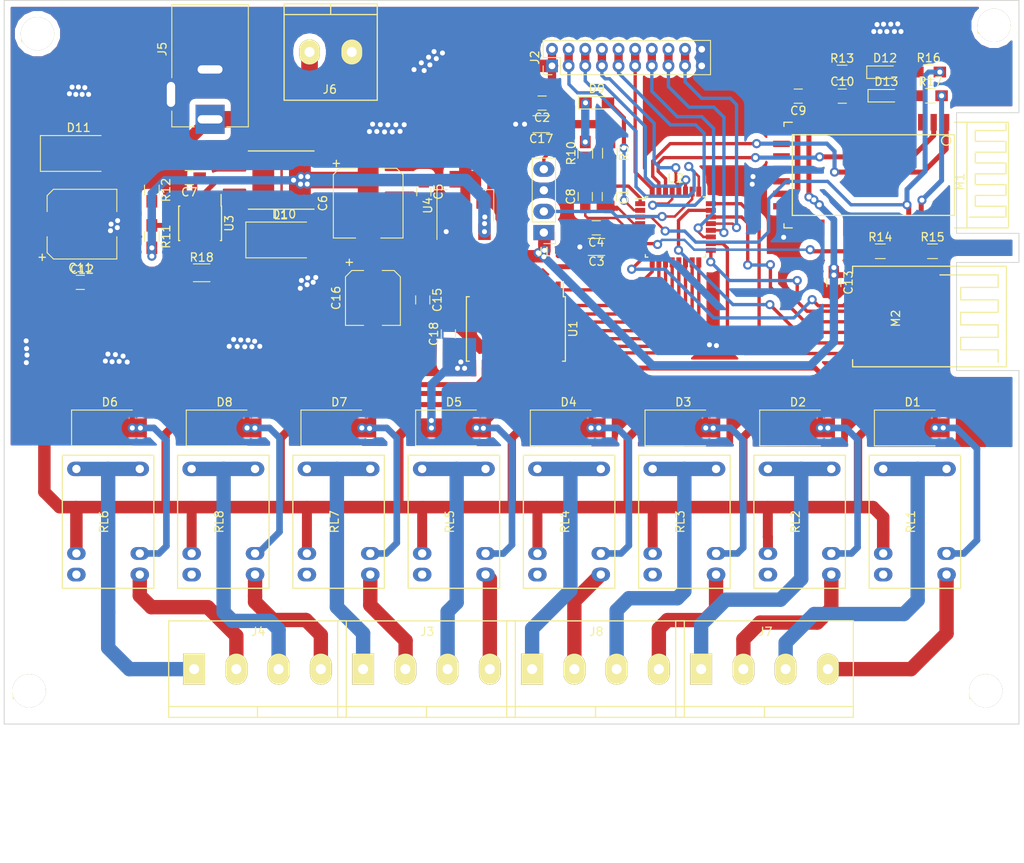
<source format=kicad_pcb>
(kicad_pcb (version 4) (host pcbnew 4.0.6)
  (title_block (title Bluetooth-HC05-controller) (date 2017-11-07) (rev nhantt) (company nhantt))
  (layers (0 F.Cu signal) (31 B.Cu signal) (34 B.Paste user) (35 F.Paste user) (36 B.SilkS user) (37 F.SilkS user) (38 B.Mask user) (39 F.Mask user) (44 Edge.Cuts user))
  (net 0 "")
  (net 1 /NRST)
  (net 2 GND)
  (net 3 +3V3)
  (net 4 "Net-(C7-Pad1)")
  (net 5 "Net-(C8-Pad1)")
  (net 6 /BRST)
  (net 7 +12V)
  (net 8 /RL1)
  (net 9 /RL2)
  (net 10 /RL3)
  (net 11 /RL4)
  (net 12 /RL5)
  (net 13 /RL8)
  (net 14 /RL6)
  (net 15 /RL7)
  (net 16 "Net-(D9-Pad1)")
  (net 17 "Net-(D9-Pad2)")
  (net 18 "Net-(D10-Pad1)")
  (net 19 /VIN)
  (net 20 "Net-(D12-Pad2)")
  (net 21 "Net-(D13-Pad2)")
  (net 22 /SWIM)
  (net 23 /KEY1)
  (net 24 /KEY2)
  (net 25 /KEY3)
  (net 26 /KEY4)
  (net 27 /KEY5)
  (net 28 /KEY6)
  (net 29 /KEY7)
  (net 30 /KEY8)
  (net 31 /CO5)
  (net 32 /CO6)
  (net 33 /CO7)
  (net 34 /NO7)
  (net 35 /NO6)
  (net 36 /NO5)
  (net 37 /CO8)
  (net 38 /NO8)
  (net 39 /CO1)
  (net 40 /NO2)
  (net 41 /NO3)
  (net 42 /CO4)
  (net 43 /CO3)
  (net 44 /CO2)
  (net 45 /NO1)
  (net 46 /NO4)
  (net 47 /RXD)
  (net 48 /TXD)
  (net 49 "Net-(M1-Pad3)")
  (net 50 "Net-(M1-Pad4)")
  (net 51 "Net-(M1-Pad5)")
  (net 52 "Net-(M1-Pad6)")
  (net 53 "Net-(M1-Pad7)")
  (net 54 "Net-(M1-Pad8)")
  (net 55 "Net-(M1-Pad9)")
  (net 56 "Net-(M1-Pad10)")
  (net 57 "Net-(M1-Pad14)")
  (net 58 "Net-(M1-Pad15)")
  (net 59 "Net-(M1-Pad16)")
  (net 60 "Net-(M1-Pad17)")
  (net 61 "Net-(M1-Pad18)")
  (net 62 "Net-(M1-Pad19)")
  (net 63 "Net-(M1-Pad20)")
  (net 64 "Net-(M1-Pad23)")
  (net 65 "Net-(M1-Pad24)")
  (net 66 "Net-(M1-Pad25)")
  (net 67 "Net-(M1-Pad26)")
  (net 68 "Net-(M1-Pad27)")
  (net 69 "Net-(M1-Pad28)")
  (net 70 "Net-(M1-Pad29)")
  (net 71 "Net-(M1-Pad30)")
  (net 72 /STATE)
  (net 73 "Net-(M1-Pad32)")
  (net 74 "Net-(M1-Pad33)")
  (net 75 "Net-(M1-Pad34)")
  (net 76 /NSS)
  (net 77 /SCK)
  (net 78 /CE)
  (net 79 /MOSI)
  (net 80 /MISO)
  (net 81 /IRQ)
  (net 82 /OUT1)
  (net 83 /OUT2)
  (net 84 /OUT3)
  (net 85 /OUT4)
  (net 86 /OUT5)
  (net 87 /OUT6)
  (net 88 /OUT7)
  (net 89 /OUT8)
  (net 90 "Net-(R11-Pad1)")
  (net 91 /CMD)
  (net 92 "Net-(RL1-Pad4)")
  (net 93 "Net-(RL2-Pad4)")
  (net 94 "Net-(RL3-Pad4)")
  (net 95 "Net-(RL4-Pad4)")
  (net 96 "Net-(RL5-Pad4)")
  (net 97 "Net-(RL6-Pad4)")
  (net 98 "Net-(RL7-Pad4)")
  (net 99 "Net-(RL8-Pad4)")
  (net 100 +5V)
  (net 101 "Net-(R18-Pad2)")
  (module nhantt-kicad-lib:RELAY-HK4100 (layer F.Cu) (at 161.77571 125.68 270)
    (fp_text reference RL3 (at 0 0.5 270) (layer F.SilkS))
    (fp_text value RELAY-HK4100)
    (pad 3 thru_hole oval (at -6.35 -3.81 270) (size 1.724 2.224) (drill 1) (layers *.Cu *.Mask) (net 41 /NO3))
    (pad 3 thru_hole oval (at -6.35 3.81 270) (size 1.724 2.224) (drill 1) (layers *.Cu *.Mask) (net 41 /NO3))
    (pad 1 thru_hole oval (at 3.81 -3.81 270) (size 1.524 2.224) (drill 1) (layers *.Cu *.Mask) (net 10 /RL3))
    (pad 2 thru_hole oval (at 3.81 3.81 270) (size 1.524 2.224) (drill 1) (layers *.Cu *.Mask) (net 7 +12V))
    (pad 5 thru_hole oval (at 6.35 -3.81 270) (size 1.624 2.224) (drill 1) (layers *.Cu *.Mask) (net 43 /CO3))
    (pad 4 thru_hole oval (at 6.35 3.81 270) (size 1.624 2.2224) (drill 1) (layers *.Cu *.Mask) (net 94 "Net-(RL3-Pad4)"))
  )
  (module Housings_QFP:LQFP-32_7x7mm_Pitch0.8mm (layer F.Cu) (at 160.71 90.24)
    (fp_text reference U2 (at 0 -5.85) (layer F.SilkS))
    (fp_text value STM8S003K3T)
    (pad 1 smd rect (at -4.25 -2.8) (size 1.2 0.6) (layers F.Cu F.Paste F.Mask) (net 1 /NRST))
    (pad 2 smd rect (at -4.25 -2) (size 1.2 0.6) (layers F.Cu F.Paste F.Mask) (net 17 "Net-(D9-Pad2)"))
    (pad 3 smd rect (at -4.25 -1.2) (size 1.2 0.6) (layers F.Cu F.Paste F.Mask) (net 72 /STATE))
    (pad 4 smd rect (at -4.25 -0.4) (size 1.2 0.6) (layers F.Cu F.Paste F.Mask) (net 2 GND))
    (pad 5 smd rect (at -4.25 0.4) (size 1.2 0.6) (layers F.Cu F.Paste F.Mask) (net 5 "Net-(C8-Pad1)"))
    (pad 6 smd rect (at -4.25 1.2) (size 1.2 0.6) (layers F.Cu F.Paste F.Mask) (net 3 +3V3))
    (pad 7 smd rect (at -4.25 2) (size 1.2 0.6) (layers F.Cu F.Paste F.Mask) (net 91 /CMD))
    (pad 8 smd rect (at -4.25 2.8) (size 1.2 0.6) (layers F.Cu F.Paste F.Mask) (net 78 /CE))
    (pad 9 smd rect (at -2.8 4.25 90) (size 1.2 0.6) (layers F.Cu F.Paste F.Mask) (net 82 /OUT1))
    (pad 10 smd rect (at -2 4.25 90) (size 1.2 0.6) (layers F.Cu F.Paste F.Mask) (net 83 /OUT2))
    (pad 11 smd rect (at -1.2 4.25 90) (size 1.2 0.6) (layers F.Cu F.Paste F.Mask) (net 84 /OUT3))
    (pad 12 smd rect (at -0.4 4.25 90) (size 1.2 0.6) (layers F.Cu F.Paste F.Mask) (net 85 /OUT4))
    (pad 13 smd rect (at 0.4 4.25 90) (size 1.2 0.6) (layers F.Cu F.Paste F.Mask) (net 86 /OUT5))
    (pad 14 smd rect (at 1.2 4.25 90) (size 1.2 0.6) (layers F.Cu F.Paste F.Mask) (net 87 /OUT6))
    (pad 15 smd rect (at 2 4.25 90) (size 1.2 0.6) (layers F.Cu F.Paste F.Mask) (net 88 /OUT7))
    (pad 16 smd rect (at 2.8 4.25 90) (size 1.2 0.6) (layers F.Cu F.Paste F.Mask) (net 89 /OUT8))
    (pad 17 smd rect (at 4.25 2.8) (size 1.2 0.6) (layers F.Cu F.Paste F.Mask) (net 76 /NSS))
    (pad 18 smd rect (at 4.25 2) (size 1.2 0.6) (layers F.Cu F.Paste F.Mask) (net 81 /IRQ))
    (pad 19 smd rect (at 4.25 1.2) (size 1.2 0.6) (layers F.Cu F.Paste F.Mask) (net 28 /KEY6))
    (pad 20 smd rect (at 4.25 0.4) (size 1.2 0.6) (layers F.Cu F.Paste F.Mask) (net 29 /KEY7))
    (pad 21 smd rect (at 4.25 -0.4) (size 1.2 0.6) (layers F.Cu F.Paste F.Mask) (net 30 /KEY8))
    (pad 22 smd rect (at 4.25 -1.2) (size 1.2 0.6) (layers F.Cu F.Paste F.Mask) (net 77 /SCK))
    (pad 23 smd rect (at 4.25 -2) (size 1.2 0.6) (layers F.Cu F.Paste F.Mask) (net 79 /MOSI))
    (pad 24 smd rect (at 4.25 -2.8) (size 1.2 0.6) (layers F.Cu F.Paste F.Mask) (net 80 /MISO))
    (pad 25 smd rect (at 2.8 -4.25 90) (size 1.2 0.6) (layers F.Cu F.Paste F.Mask) (net 23 /KEY1))
    (pad 26 smd rect (at 2 -4.25 90) (size 1.2 0.6) (layers F.Cu F.Paste F.Mask) (net 22 /SWIM))
    (pad 27 smd rect (at 1.2 -4.25 90) (size 1.2 0.6) (layers F.Cu F.Paste F.Mask) (net 24 /KEY2))
    (pad 28 smd rect (at 0.4 -4.25 90) (size 1.2 0.6) (layers F.Cu F.Paste F.Mask) (net 25 /KEY3))
    (pad 29 smd rect (at -0.4 -4.25 90) (size 1.2 0.6) (layers F.Cu F.Paste F.Mask) (net 26 /KEY4))
    (pad 30 smd rect (at -1.2 -4.25 90) (size 1.2 0.6) (layers F.Cu F.Paste F.Mask) (net 48 /TXD))
    (pad 31 smd rect (at -2 -4.25 90) (size 1.2 0.6) (layers F.Cu F.Paste F.Mask) (net 47 /RXD))
    (pad 32 smd rect (at -2.8 -4.25 90) (size 1.2 0.6) (layers F.Cu F.Paste F.Mask) (net 27 /KEY5))
  )
  (module nhantt-kicad-lib:Vit-4mm (layer F.Cu) (at 84 67)
    (fp_text reference REF** (at 0 0.5) (layer F.SilkS))
    (fp_text value Vit-4mm)
    (pad 1 thru_hole circle (at 0 0) (size 4 4) (drill 4) (layers *.Cu *.Mask F.SilkS))
  )
  (module nhantt-kicad-lib:Vit-4mm (layer F.Cu) (at 83 146)
    (fp_text reference REF** (at 0 0.5) (layer F.SilkS))
    (fp_text value Vit-4mm)
    (pad 1 thru_hole circle (at 0 0) (size 4 4) (drill 4) (layers *.Cu *.Mask F.SilkS))
  )
  (module nhantt-kicad-lib:Vit-4mm (layer F.Cu) (at 199 66)
    (fp_text reference REF** (at 0 0.5) (layer F.SilkS))
    (fp_text value Vit-4mm)
    (pad 1 thru_hole circle (at 0 0) (size 4 4) (drill 4) (layers *.Cu *.Mask F.SilkS))
  )
  (module nhantt-kicad-lib:Vit-4mm (layer F.Cu) (at 198 146)
    (fp_text reference REF** (at 0 0.5) (layer F.SilkS))
    (fp_text value Vit-4mm)
    (pad 1 thru_hole circle (at 0 0) (size 4 4) (drill 4) (layers *.Cu *.Mask F.SilkS))
  )
  (module Capacitors_SMD:C_0805_HandSoldering (layer F.Cu) (at 152.75 86.58 270)
    (fp_text reference C1 (at 0 -1.75 270) (layer F.SilkS))
    (fp_text value 100n)
    (pad 1 smd rect (at -1.25 0 270) (size 1.5 1.25) (layers F.Cu F.Paste F.Mask) (net 1 /NRST))
    (pad 2 smd rect (at 1.25 0 270) (size 1.5 1.25) (layers F.Cu F.Paste F.Mask) (net 2 GND))
  )
  (module Capacitors_SMD:C_0805_HandSoldering (layer F.Cu) (at 144.67 75.34 180)
    (fp_text reference C2 (at 0 -1.75 180) (layer F.SilkS))
    (fp_text value 100n)
    (pad 1 smd rect (at -1.25 0 180) (size 1.5 1.25) (layers F.Cu F.Paste F.Mask) (net 3 +3V3))
    (pad 2 smd rect (at 1.25 0 180) (size 1.5 1.25) (layers F.Cu F.Paste F.Mask) (net 2 GND))
  )
  (module Capacitors_SMD:C_1206_HandSoldering (layer F.Cu) (at 151.21 92.64 180)
    (fp_text reference C3 (at 0 -1.75 180) (layer F.SilkS))
    (fp_text value 10uF)
    (pad 1 smd rect (at -2 0 180) (size 2 1.6) (layers F.Cu F.Paste F.Mask) (net 3 +3V3))
    (pad 2 smd rect (at 2 0 180) (size 2 1.6) (layers F.Cu F.Paste F.Mask) (net 2 GND))
  )
  (module Capacitors_SMD:C_0805_HandSoldering (layer F.Cu) (at 151.18 90.34 180)
    (fp_text reference C4 (at 0 -1.75 180) (layer F.SilkS))
    (fp_text value 100n)
    (pad 1 smd rect (at -1.25 0 180) (size 1.5 1.25) (layers F.Cu F.Paste F.Mask) (net 3 +3V3))
    (pad 2 smd rect (at 1.25 0 180) (size 1.5 1.25) (layers F.Cu F.Paste F.Mask) (net 2 GND))
  )
  (module Capacitors_SMD:C_0805_HandSoldering (layer F.Cu) (at 130.45 86 270)
    (fp_text reference C5 (at 0 -1.75 270) (layer F.SilkS))
    (fp_text value 100n)
    (pad 1 smd rect (at -1.25 0 270) (size 1.5 1.25) (layers F.Cu F.Paste F.Mask) (net 100 +5V))
    (pad 2 smd rect (at 1.25 0 270) (size 1.5 1.25) (layers F.Cu F.Paste F.Mask) (net 2 GND))
  )
  (module nhantt-kicad-lib:CP_Elec_8x10 (layer F.Cu) (at 123.76 87.38 270)
    (fp_text reference C6 (at 0 5.45 270) (layer F.SilkS))
    (fp_text value CP1)
    (fp_text user + (at -4.78 3.9 270) (layer F.SilkS))
    (pad 1 smd rect (at -3.05 0 90) (size 4 2.5) (layers F.Cu F.Paste F.Mask) (net 100 +5V))
    (pad 2 smd rect (at 3.05 0 90) (size 4 2.5) (layers F.Cu F.Paste F.Mask) (net 2 GND))
  )
  (module Capacitors_SMD:C_0805_HandSoldering (layer F.Cu) (at 102.25 84.3 180)
    (fp_text reference C7 (at 0 -1.75 180) (layer F.SilkS))
    (fp_text value 33p)
    (pad 1 smd rect (at -1.25 0 180) (size 1.5 1.25) (layers F.Cu F.Paste F.Mask) (net 4 "Net-(C7-Pad1)"))
    (pad 2 smd rect (at 1.25 0 180) (size 1.5 1.25) (layers F.Cu F.Paste F.Mask) (net 2 GND))
  )
  (module Capacitors_SMD:C_0805_HandSoldering (layer F.Cu) (at 149.86 86.58 90)
    (fp_text reference C8 (at 0 -1.75 90) (layer F.SilkS))
    (fp_text value 1uF)
    (pad 1 smd rect (at -1.25 0 90) (size 1.5 1.25) (layers F.Cu F.Paste F.Mask) (net 5 "Net-(C8-Pad1)"))
    (pad 2 smd rect (at 1.25 0 90) (size 1.5 1.25) (layers F.Cu F.Paste F.Mask) (net 2 GND))
  )
  (module Capacitors_SMD:C_0805_HandSoldering (layer F.Cu) (at 175.47 74.51 180)
    (fp_text reference C9 (at 0 -1.75 180) (layer F.SilkS))
    (fp_text value 100n)
    (pad 1 smd rect (at -1.25 0 180) (size 1.5 1.25) (layers F.Cu F.Paste F.Mask) (net 3 +3V3))
    (pad 2 smd rect (at 1.25 0 180) (size 1.5 1.25) (layers F.Cu F.Paste F.Mask) (net 2 GND))
  )
  (module Capacitors_SMD:C_0805_HandSoldering (layer F.Cu) (at 180.763333 74.51)
    (fp_text reference C10 (at 0 -1.75) (layer F.SilkS))
    (fp_text value 100n)
    (pad 1 smd rect (at -1.25 0) (size 1.5 1.25) (layers F.Cu F.Paste F.Mask) (net 6 /BRST))
    (pad 2 smd rect (at 1.25 0) (size 1.5 1.25) (layers F.Cu F.Paste F.Mask) (net 2 GND))
  )
  (module Capacitors_SMD:C_0805_HandSoldering (layer F.Cu) (at 89.15 96.9)
    (fp_text reference C11 (at 0 -1.75) (layer F.SilkS))
    (fp_text value 100n)
    (pad 1 smd rect (at -1.25 0) (size 1.5 1.25) (layers F.Cu F.Paste F.Mask) (net 7 +12V))
    (pad 2 smd rect (at 1.25 0) (size 1.5 1.25) (layers F.Cu F.Paste F.Mask) (net 2 GND))
  )
  (module nhantt-kicad-lib:CP_Elec_8x10.5 (layer F.Cu) (at 89.35 89.9)
    (fp_text reference C12 (at 0 5.45) (layer F.SilkS))
    (fp_text value CP1)
    (fp_text user + (at -4.78 3.91) (layer F.SilkS))
    (pad 1 smd rect (at -3.5 0 180) (size 4.5 2.5) (layers F.Cu F.Paste F.Mask) (net 7 +12V))
    (pad 2 smd rect (at 3.5 0 180) (size 4.5 2.5) (layers F.Cu F.Paste F.Mask) (net 2 GND))
  )
  (module Capacitors_SMD:C_0805_HandSoldering (layer F.Cu) (at 179.74 96.92 270)
    (fp_text reference C13 (at 0 -1.75 270) (layer F.SilkS))
    (fp_text value 100n)
    (pad 1 smd rect (at -1.25 0 270) (size 1.5 1.25) (layers F.Cu F.Paste F.Mask) (net 3 +3V3))
    (pad 2 smd rect (at 1.25 0 270) (size 1.5 1.25) (layers F.Cu F.Paste F.Mask) (net 2 GND))
  )
  (module nhantt-kicad-lib:D_SMB_Handsoldering (layer F.Cu) (at 189.219997 114.4)
    (fp_text reference D1 (at 0 -3.1) (layer F.SilkS))
    (fp_text value D_ALT)
    (pad 1 smd rect (at -2.7 0) (size 3.5 2.3) (layers F.Cu F.Paste F.Mask) (net 7 +12V))
    (pad 2 smd rect (at 2.7 0) (size 3.5 2.3) (layers F.Cu F.Paste F.Mask) (net 8 /RL1))
  )
  (module nhantt-kicad-lib:D_SMB_Handsoldering (layer F.Cu) (at 175.431426 114.4)
    (fp_text reference D2 (at 0 -3.1) (layer F.SilkS))
    (fp_text value D_ALT)
    (pad 1 smd rect (at -2.7 0) (size 3.5 2.3) (layers F.Cu F.Paste F.Mask) (net 7 +12V))
    (pad 2 smd rect (at 2.7 0) (size 3.5 2.3) (layers F.Cu F.Paste F.Mask) (net 9 /RL2))
  )
  (module nhantt-kicad-lib:D_SMB_Handsoldering (layer F.Cu) (at 161.642855 114.4)
    (fp_text reference D3 (at 0 -3.1) (layer F.SilkS))
    (fp_text value D_ALT)
    (pad 1 smd rect (at -2.7 0) (size 3.5 2.3) (layers F.Cu F.Paste F.Mask) (net 7 +12V))
    (pad 2 smd rect (at 2.7 0) (size 3.5 2.3) (layers F.Cu F.Paste F.Mask) (net 10 /RL3))
  )
  (module nhantt-kicad-lib:D_SMB_Handsoldering (layer F.Cu) (at 147.854284 114.4)
    (fp_text reference D4 (at 0 -3.1) (layer F.SilkS))
    (fp_text value D_ALT)
    (pad 1 smd rect (at -2.7 0) (size 3.5 2.3) (layers F.Cu F.Paste F.Mask) (net 7 +12V))
    (pad 2 smd rect (at 2.7 0) (size 3.5 2.3) (layers F.Cu F.Paste F.Mask) (net 11 /RL4))
  )
  (module nhantt-kicad-lib:D_SMB_Handsoldering (layer F.Cu) (at 134.065713 114.4)
    (fp_text reference D5 (at 0 -3.1) (layer F.SilkS))
    (fp_text value D_ALT)
    (pad 1 smd rect (at -2.7 0) (size 3.5 2.3) (layers F.Cu F.Paste F.Mask) (net 7 +12V))
    (pad 2 smd rect (at 2.7 0) (size 3.5 2.3) (layers F.Cu F.Paste F.Mask) (net 12 /RL5))
  )
  (module nhantt-kicad-lib:D_SMB_Handsoldering (layer F.Cu) (at 92.7 114.4)
    (fp_text reference D6 (at 0 -3.1) (layer F.SilkS))
    (fp_text value D_ALT)
    (pad 1 smd rect (at -2.7 0) (size 3.5 2.3) (layers F.Cu F.Paste F.Mask) (net 7 +12V))
    (pad 2 smd rect (at 2.7 0) (size 3.5 2.3) (layers F.Cu F.Paste F.Mask) (net 13 /RL8))
  )
  (module nhantt-kicad-lib:D_SMB_Handsoldering (layer F.Cu) (at 120.277142 114.4)
    (fp_text reference D7 (at 0 -3.1) (layer F.SilkS))
    (fp_text value D_ALT)
    (pad 1 smd rect (at -2.7 0) (size 3.5 2.3) (layers F.Cu F.Paste F.Mask) (net 7 +12V))
    (pad 2 smd rect (at 2.7 0) (size 3.5 2.3) (layers F.Cu F.Paste F.Mask) (net 14 /RL6))
  )
  (module nhantt-kicad-lib:D_SMB_Handsoldering (layer F.Cu) (at 106.488571 114.4)
    (fp_text reference D8 (at 0 -3.1) (layer F.SilkS))
    (fp_text value D_ALT)
    (pad 1 smd rect (at -2.7 0) (size 3.5 2.3) (layers F.Cu F.Paste F.Mask) (net 7 +12V))
    (pad 2 smd rect (at 2.7 0) (size 3.5 2.3) (layers F.Cu F.Paste F.Mask) (net 15 /RL7))
  )
  (module LEDs:LED_0805_HandSoldering (layer F.Cu) (at 151.24 75.31)
    (fp_text reference D9 (at 0 -1.7) (layer F.SilkS))
    (fp_text value LED_ALT)
    (pad 1 smd rect (at -1.35 0) (size 1.5 1.3) (layers F.Cu F.Paste F.Mask) (net 16 "Net-(D9-Pad1)"))
    (pad 2 smd rect (at 1.35 0) (size 1.5 1.3) (layers F.Cu F.Paste F.Mask) (net 17 "Net-(D9-Pad2)"))
  )
  (module nhantt-kicad-lib:D_SMB_Handsoldering (layer F.Cu) (at 113.65 91.8)
    (fp_text reference D10 (at 0 -3.1) (layer F.SilkS))
    (fp_text value D_Schottky)
    (pad 1 smd rect (at -2.7 0) (size 3.5 2.3) (layers F.Cu F.Paste F.Mask) (net 18 "Net-(D10-Pad1)"))
    (pad 2 smd rect (at 2.7 0) (size 3.5 2.3) (layers F.Cu F.Paste F.Mask) (net 2 GND))
  )
  (module nhantt-kicad-lib:D_SMB_Handsoldering (layer F.Cu) (at 88.95 81.4)
    (fp_text reference D11 (at 0 -3.1) (layer F.SilkS))
    (fp_text value D_ALT)
    (pad 1 smd rect (at -2.7 0) (size 3.5 2.3) (layers F.Cu F.Paste F.Mask) (net 7 +12V))
    (pad 2 smd rect (at 2.7 0) (size 3.5 2.3) (layers F.Cu F.Paste F.Mask) (net 19 /VIN))
  )
  (module LEDs:LED_0805_HandSoldering (layer F.Cu) (at 185.9 71.63)
    (fp_text reference D12 (at 0 -1.7) (layer F.SilkS))
    (fp_text value LED_ALT)
    (pad 1 smd rect (at -1.35 0) (size 1.5 1.3) (layers F.Cu F.Paste F.Mask) (net 2 GND))
    (pad 2 smd rect (at 1.35 0) (size 1.5 1.3) (layers F.Cu F.Paste F.Mask) (net 20 "Net-(D12-Pad2)"))
  )
  (module LEDs:LED_0805_HandSoldering (layer F.Cu) (at 186.056666 74.46)
    (fp_text reference D13 (at 0 -1.7) (layer F.SilkS))
    (fp_text value LED_ALT)
    (pad 1 smd rect (at -1.35 0) (size 1.5 1.3) (layers F.Cu F.Paste F.Mask) (net 2 GND))
    (pad 2 smd rect (at 1.35 0) (size 1.5 1.3) (layers F.Cu F.Paste F.Mask) (net 21 "Net-(D13-Pad2)"))
  )
  (module Connect:BARREL_JACK (layer F.Cu) (at 104.75 77.3 270)
    (fp_text reference J5 (at -8.45 5.75 450) (layer F.SilkS))
    (fp_text value BARREL_JACK)
    (pad 1 thru_hole rect (at 0 0 270) (size 3.5 3.5) (drill oval 1 3) (layers *.Cu *.Mask) (net 19 /VIN))
    (pad 2 thru_hole rect (at -6 0 270) (size 3.5 3.5) (drill oval 1 3) (layers *.Cu *.Mask) (net 2 GND))
    (pad 3 thru_hole rect (at -3 4.7 270) (size 3.5 3.5) (drill oval 3 1) (layers *.Cu *.Mask) (net 2 GND))
  )
  (module nhantt-kicad-lib:Inductor_5.2x5.8x4.5 (layer F.Cu) (at 113.35 84.6 180)
    (fp_text reference L1 (at 0.1 -4.2 180) (layer F.SilkS))
    (fp_text value L_Small)
    (pad 1 smd rect (at -2.2 0 180) (size 2.624 6) (layers F.Cu F.Paste F.Mask) (net 100 +5V))
    (pad 2 smd rect (at 2.2 0 180) (size 2.624 6) (layers F.Cu F.Paste F.Mask) (net 18 "Net-(D10-Pad1)"))
  )
  (module st-kicad-lib:bluetooth-HC-05 (layer F.Cu) (at 184.25 84 270)
    (fp_text reference M1 (at 0.81 -10.67 270) (layer F.SilkS))
    (fp_text value Bluetooth-HC-05)
    (pad 1 smd rect (at -6.35 -9 270) (size 2 0.76) (layers F.Cu F.Paste F.Mask) (net 47 /RXD))
    (pad 2 smd rect (at -6.35 -7.5 270) (size 2 0.76) (layers F.Cu F.Paste F.Mask) (net 48 /TXD))
    (pad 3 smd rect (at -6.35 -6 270) (size 2 0.76) (layers F.Cu F.Paste F.Mask) (net 49 "Net-(M1-Pad3)"))
    (pad 4 smd rect (at -6.35 -4.5 90) (size 2 0.76) (layers F.Cu F.Paste F.Mask) (net 50 "Net-(M1-Pad4)"))
    (pad 5 smd rect (at -6.35 -3 270) (size 2 0.76) (layers F.Cu F.Paste F.Mask) (net 51 "Net-(M1-Pad5)"))
    (pad 6 smd rect (at -6.35 -1.5 270) (size 2 0.76) (layers F.Cu F.Paste F.Mask) (net 52 "Net-(M1-Pad6)"))
    (pad 7 smd rect (at -6.35 0 270) (size 2 0.76) (layers F.Cu F.Paste F.Mask) (net 53 "Net-(M1-Pad7)"))
    (pad 8 smd rect (at -6.35 1.5 270) (size 2 0.76) (layers F.Cu F.Paste F.Mask) (net 54 "Net-(M1-Pad8)"))
    (pad 9 smd rect (at -6.35 3 270) (size 2 0.76) (layers F.Cu F.Paste F.Mask) (net 55 "Net-(M1-Pad9)"))
    (pad 10 smd rect (at -6.35 4.5 270) (size 2 0.76) (layers F.Cu F.Paste F.Mask) (net 56 "Net-(M1-Pad10)"))
    (pad 11 smd rect (at -6.35 6 270) (size 2 0.76) (layers F.Cu F.Paste F.Mask) (net 6 /BRST))
    (pad 12 smd rect (at -6.35 7.5 90) (size 2 0.76) (layers F.Cu F.Paste F.Mask) (net 3 +3V3))
    (pad 13 smd rect (at -6.35 9 270) (size 2 0.76) (layers F.Cu F.Paste F.Mask) (net 2 GND))
    (pad 14 smd rect (at -5.25 10.8) (size 2 0.76) (layers F.Cu F.Paste F.Mask) (net 57 "Net-(M1-Pad14)"))
    (pad 15 smd rect (at -3.75 10.8) (size 2 0.76) (layers F.Cu F.Paste F.Mask) (net 58 "Net-(M1-Pad15)"))
    (pad 16 smd rect (at -2.25 10.8) (size 2 0.76) (layers F.Cu F.Paste F.Mask) (net 59 "Net-(M1-Pad16)"))
    (pad 17 smd rect (at -0.75 10.8 180) (size 2 0.76) (layers F.Cu F.Paste F.Mask) (net 60 "Net-(M1-Pad17)"))
    (pad 18 smd rect (at 0.75 10.8) (size 2 0.76) (layers F.Cu F.Paste F.Mask) (net 61 "Net-(M1-Pad18)"))
    (pad 19 smd rect (at 2.25 10.8) (size 2 0.76) (layers F.Cu F.Paste F.Mask) (net 62 "Net-(M1-Pad19)"))
    (pad 20 smd rect (at 3.75 10.8) (size 2 0.76) (layers F.Cu F.Paste F.Mask) (net 63 "Net-(M1-Pad20)"))
    (pad 21 smd rect (at 5.25 10.8) (size 2 0.76) (layers F.Cu F.Paste F.Mask) (net 2 GND))
    (pad 22 smd rect (at 6.35 9 270) (size 2 0.76) (layers F.Cu F.Paste F.Mask) (net 2 GND))
    (pad 23 smd rect (at 6.35 7.5 270) (size 2 0.76) (layers F.Cu F.Paste F.Mask) (net 64 "Net-(M1-Pad23)"))
    (pad 24 smd rect (at 6.35 6 270) (size 2 0.76) (layers F.Cu F.Paste F.Mask) (net 65 "Net-(M1-Pad24)"))
    (pad 25 smd rect (at 6.35 4.5 270) (size 2 0.76) (layers F.Cu F.Paste F.Mask) (net 66 "Net-(M1-Pad25)"))
    (pad 26 smd rect (at 6.35 3 270) (size 2 0.76) (layers F.Cu F.Paste F.Mask) (net 67 "Net-(M1-Pad26)"))
    (pad 27 smd rect (at 6.35 1.5 270) (size 2 0.76) (layers F.Cu F.Paste F.Mask) (net 68 "Net-(M1-Pad27)"))
    (pad 28 smd rect (at 6.35 0 270) (size 2 0.76) (layers F.Cu F.Paste F.Mask) (net 69 "Net-(M1-Pad28)"))
    (pad 29 smd rect (at 6.35 -1.5 270) (size 2 0.76) (layers F.Cu F.Paste F.Mask) (net 70 "Net-(M1-Pad29)"))
    (pad 30 smd rect (at 6.35 -3 270) (size 2 0.76) (layers F.Cu F.Paste F.Mask) (net 71 "Net-(M1-Pad30)"))
    (pad 31 smd rect (at 6.35 -4.5 270) (size 2 0.76) (layers F.Cu F.Paste F.Mask) (net 72 /STATE))
    (pad 32 smd rect (at 6.35 -6 270) (size 2 0.76) (layers F.Cu F.Paste F.Mask) (net 73 "Net-(M1-Pad32)"))
    (pad 33 smd rect (at 6.35 -7.5 270) (size 2 0.76) (layers F.Cu F.Paste F.Mask) (net 74 "Net-(M1-Pad33)"))
    (pad 34 smd rect (at 6.35 -9 270) (size 2 0.76) (layers F.Cu F.Paste F.Mask) (net 75 "Net-(M1-Pad34)"))
  )
  (module nhantt-kicad-lib:nRF24L01-Mini (layer F.Cu) (at 183.5 101.005)
    (fp_text reference M2 (at 3.69 0.23 90) (layer F.SilkS))
    (fp_text value nRF24L01-mini)
    (pad 4 smd oval (at 0 -0.635) (size 3.25 0.95) (layers F.Cu F.Paste F.Mask) (net 76 /NSS))
    (pad 5 smd oval (at 0 0.635) (size 3.25 0.95) (layers F.Cu F.Paste F.Mask) (net 77 /SCK))
    (pad 1 smd oval (at 0 -4.445) (size 3.25 0.95) (layers F.Cu F.Paste F.Mask) (net 3 +3V3))
    (pad 2 smd oval (at 0.05 -3.175) (size 3.25 0.95) (layers F.Cu F.Paste F.Mask) (net 2 GND))
    (pad 3 smd oval (at 0 -1.905) (size 3.25 0.95) (layers F.Cu F.Paste F.Mask) (net 78 /CE))
    (pad 6 smd oval (at 0 1.905) (size 3.25 0.95) (layers F.Cu F.Paste F.Mask) (net 79 /MOSI))
    (pad 7 smd oval (at 0 3.175) (size 3.25 0.95) (layers F.Cu F.Paste F.Mask) (net 80 /MISO))
    (pad 8 smd oval (at 0 4.445) (size 3.25 0.95) (layers F.Cu F.Paste F.Mask) (net 81 /IRQ))
  )
  (module Resistors_SMD:R_0805_HandSoldering (layer F.Cu) (at 152.82 81.37 270)
    (fp_text reference R3 (at 0 -1.7 270) (layer F.SilkS))
    (fp_text value 10k)
    (pad 1 smd rect (at -1.35 0 270) (size 1.5 1.3) (layers F.Cu F.Paste F.Mask) (net 3 +3V3))
    (pad 2 smd rect (at 1.35 0 270) (size 1.5 1.3) (layers F.Cu F.Paste F.Mask) (net 1 /NRST))
  )
  (module Resistors_SMD:R_0805_HandSoldering (layer F.Cu) (at 149.86 81.37 90)
    (fp_text reference R10 (at 0 -1.7 90) (layer F.SilkS))
    (fp_text value 470)
    (pad 1 smd rect (at -1.35 0 90) (size 1.5 1.3) (layers F.Cu F.Paste F.Mask) (net 2 GND))
    (pad 2 smd rect (at 1.35 0 90) (size 1.5 1.3) (layers F.Cu F.Paste F.Mask) (net 16 "Net-(D9-Pad1)"))
  )
  (module Resistors_SMD:R_0805_HandSoldering (layer F.Cu) (at 97.75 91.4 270)
    (fp_text reference R11 (at 0 -1.7 270) (layer F.SilkS))
    (fp_text value 1k)
    (pad 1 smd rect (at -1.35 0 270) (size 1.5 1.3) (layers F.Cu F.Paste F.Mask) (net 90 "Net-(R11-Pad1)"))
    (pad 2 smd rect (at 1.35 0 270) (size 1.5 1.3) (layers F.Cu F.Paste F.Mask) (net 100 +5V))
  )
  (module Resistors_SMD:R_0805_HandSoldering (layer F.Cu) (at 97.75 85.8 270)
    (fp_text reference R12 (at 0 -1.7 270) (layer F.SilkS))
    (fp_text value 1k)
    (pad 1 smd rect (at -1.35 0 270) (size 1.5 1.3) (layers F.Cu F.Paste F.Mask) (net 2 GND))
    (pad 2 smd rect (at 1.35 0 270) (size 1.5 1.3) (layers F.Cu F.Paste F.Mask) (net 90 "Net-(R11-Pad1)"))
  )
  (module Resistors_SMD:R_0805_HandSoldering (layer F.Cu) (at 180.74 71.67)
    (fp_text reference R13 (at 0 -1.7) (layer F.SilkS))
    (fp_text value 10K)
    (pad 1 smd rect (at -1.35 0) (size 1.5 1.3) (layers F.Cu F.Paste F.Mask) (net 3 +3V3))
    (pad 2 smd rect (at 1.35 0) (size 1.5 1.3) (layers F.Cu F.Paste F.Mask) (net 6 /BRST))
  )
  (module Resistors_SMD:R_0805_HandSoldering (layer F.Cu) (at 185.33 93.16)
    (fp_text reference R14 (at 0 -1.7) (layer F.SilkS))
    (fp_text value 1K)
    (pad 1 smd rect (at -1.35 0) (size 1.5 1.3) (layers F.Cu F.Paste F.Mask) (net 91 /CMD))
    (pad 2 smd rect (at 1.35 0) (size 1.5 1.3) (layers F.Cu F.Paste F.Mask) (net 75 "Net-(M1-Pad34)"))
  )
  (module Resistors_SMD:R_0805_HandSoldering (layer F.Cu) (at 191.61 93.16)
    (fp_text reference R15 (at 0 -1.7) (layer F.SilkS))
    (fp_text value 10K)
    (pad 1 smd rect (at -1.35 0) (size 1.5 1.3) (layers F.Cu F.Paste F.Mask) (net 75 "Net-(M1-Pad34)"))
    (pad 2 smd rect (at 1.35 0) (size 1.5 1.3) (layers F.Cu F.Paste F.Mask) (net 2 GND))
  )
  (module Resistors_SMD:R_0805_HandSoldering (layer F.Cu) (at 191.14 71.61)
    (fp_text reference R16 (at 0 -1.7) (layer F.SilkS))
    (fp_text value 470)
    (pad 1 smd rect (at -1.35 0) (size 1.5 1.3) (layers F.Cu F.Paste F.Mask) (net 20 "Net-(D12-Pad2)"))
    (pad 2 smd rect (at 1.35 0) (size 1.5 1.3) (layers F.Cu F.Paste F.Mask) (net 72 /STATE))
  )
  (module Resistors_SMD:R_0805_HandSoldering (layer F.Cu) (at 191.349999 74.46)
    (fp_text reference R17 (at 0 -1.7) (layer F.SilkS))
    (fp_text value 470)
    (pad 1 smd rect (at -1.35 0) (size 1.5 1.3) (layers F.Cu F.Paste F.Mask) (net 21 "Net-(D13-Pad2)"))
    (pad 2 smd rect (at 1.35 0) (size 1.5 1.3) (layers F.Cu F.Paste F.Mask) (net 73 "Net-(M1-Pad32)"))
  )
  (module Housings_SOIC:SOIC-18W_7.5x11.6mm_Pitch1.27mm (layer F.Cu) (at 141.52 102.5 270)
    (fp_text reference U1 (at 0 -6.875 270) (layer F.SilkS))
    (fp_text value ULN2803A)
    (pad 1 smd rect (at -4.7 -5.08 270) (size 2 0.6) (layers F.Cu F.Paste F.Mask) (net 82 /OUT1))
    (pad 2 smd rect (at -4.7 -3.81 270) (size 2 0.6) (layers F.Cu F.Paste F.Mask) (net 83 /OUT2))
    (pad 3 smd rect (at -4.7 -2.54 270) (size 2 0.6) (layers F.Cu F.Paste F.Mask) (net 84 /OUT3))
    (pad 4 smd rect (at -4.7 -1.27 270) (size 2 0.6) (layers F.Cu F.Paste F.Mask) (net 85 /OUT4))
    (pad 5 smd rect (at -4.7 0 270) (size 2 0.6) (layers F.Cu F.Paste F.Mask) (net 86 /OUT5))
    (pad 6 smd rect (at -4.7 1.27 270) (size 2 0.6) (layers F.Cu F.Paste F.Mask) (net 87 /OUT6))
    (pad 7 smd rect (at -4.7 2.54 270) (size 2 0.6) (layers F.Cu F.Paste F.Mask) (net 88 /OUT7))
    (pad 8 smd rect (at -4.7 3.81 270) (size 2 0.6) (layers F.Cu F.Paste F.Mask) (net 89 /OUT8))
    (pad 9 smd rect (at -4.7 5.08 270) (size 2 0.6) (layers F.Cu F.Paste F.Mask) (net 2 GND))
    (pad 10 smd rect (at 4.7 5.08 270) (size 2 0.6) (layers F.Cu F.Paste F.Mask) (net 7 +12V))
    (pad 11 smd rect (at 4.7 3.81 270) (size 2 0.6) (layers F.Cu F.Paste F.Mask) (net 13 /RL8))
    (pad 12 smd rect (at 4.7 2.54 270) (size 2 0.6) (layers F.Cu F.Paste F.Mask) (net 15 /RL7))
    (pad 13 smd rect (at 4.7 1.27 270) (size 2 0.6) (layers F.Cu F.Paste F.Mask) (net 14 /RL6))
    (pad 14 smd rect (at 4.7 0 270) (size 2 0.6) (layers F.Cu F.Paste F.Mask) (net 12 /RL5))
    (pad 15 smd rect (at 4.7 -1.27 270) (size 2 0.6) (layers F.Cu F.Paste F.Mask) (net 11 /RL4))
    (pad 16 smd rect (at 4.7 -2.54 270) (size 2 0.6) (layers F.Cu F.Paste F.Mask) (net 10 /RL3))
    (pad 17 smd rect (at 4.7 -3.81 270) (size 2 0.6) (layers F.Cu F.Paste F.Mask) (net 9 /RL2))
    (pad 18 smd rect (at 4.7 -5.08 270) (size 2 0.6) (layers F.Cu F.Paste F.Mask) (net 8 /RL1))
  )
  (module st-kicad-lib:SOIC-8_3.9x4.9mm_Pitch1.27mm (layer F.Cu) (at 103.55 89.8 270)
    (fp_text reference U3 (at 0 -3.5 270) (layer F.SilkS))
    (fp_text value MC34063)
    (pad 1 smd rect (at -2.7 -1.905 270) (size 1.55 0.6) (layers F.Cu F.Paste F.Mask) (net 101 "Net-(R18-Pad2)"))
    (pad 2 smd rect (at -2.7 -0.635 270) (size 1.55 0.6) (layers F.Cu F.Paste F.Mask) (net 18 "Net-(D10-Pad1)"))
    (pad 3 smd rect (at -2.7 0.635 270) (size 1.55 0.6) (layers F.Cu F.Paste F.Mask) (net 4 "Net-(C7-Pad1)"))
    (pad 4 smd rect (at -2.7 1.905 270) (size 1.55 0.6) (layers F.Cu F.Paste F.Mask) (net 2 GND))
    (pad 5 smd rect (at 2.7 1.905 270) (size 1.55 0.6) (layers F.Cu F.Paste F.Mask) (net 90 "Net-(R11-Pad1)"))
    (pad 6 smd rect (at 2.7 0.635 270) (size 1.55 0.6) (layers F.Cu F.Paste F.Mask) (net 7 +12V))
    (pad 7 smd rect (at 2.7 -0.635 270) (size 1.55 0.6) (layers F.Cu F.Paste F.Mask) (net 101 "Net-(R18-Pad2)"))
    (pad 8 smd rect (at 2.7 -1.905 270) (size 1.55 0.6) (layers F.Cu F.Paste F.Mask) (net 101 "Net-(R18-Pad2)"))
  )
  (module nhantt-kicad-lib:RELAY-HK4100 (layer F.Cu) (at 189.489994 125.68 270)
    (fp_text reference RL1 (at 0 0.5 270) (layer F.SilkS))
    (fp_text value RELAY-HK4100)
    (pad 3 thru_hole oval (at -6.35 -3.81 270) (size 1.724 2.224) (drill 1) (layers *.Cu *.Mask) (net 45 /NO1))
    (pad 3 thru_hole oval (at -6.35 3.81 270) (size 1.724 2.224) (drill 1) (layers *.Cu *.Mask) (net 45 /NO1))
    (pad 1 thru_hole oval (at 3.81 -3.81 270) (size 1.524 2.224) (drill 1) (layers *.Cu *.Mask) (net 8 /RL1))
    (pad 2 thru_hole oval (at 3.81 3.81 270) (size 1.524 2.224) (drill 1) (layers *.Cu *.Mask) (net 7 +12V))
    (pad 5 thru_hole oval (at 6.35 -3.81 270) (size 1.624 2.224) (drill 1) (layers *.Cu *.Mask) (net 39 /CO1))
    (pad 4 thru_hole oval (at 6.35 3.81 270) (size 1.624 2.2224) (drill 1) (layers *.Cu *.Mask) (net 92 "Net-(RL1-Pad4)"))
  )
  (module nhantt-kicad-lib:RELAY-HK4100 (layer F.Cu) (at 175.632852 125.68 270)
    (fp_text reference RL2 (at 0 0.5 270) (layer F.SilkS))
    (fp_text value RELAY-HK4100)
    (pad 3 thru_hole oval (at -6.35 -3.81 270) (size 1.724 2.224) (drill 1) (layers *.Cu *.Mask) (net 40 /NO2))
    (pad 3 thru_hole oval (at -6.35 3.81 270) (size 1.724 2.224) (drill 1) (layers *.Cu *.Mask) (net 40 /NO2))
    (pad 1 thru_hole oval (at 3.81 -3.81 270) (size 1.524 2.224) (drill 1) (layers *.Cu *.Mask) (net 9 /RL2))
    (pad 2 thru_hole oval (at 3.81 3.81 270) (size 1.524 2.224) (drill 1) (layers *.Cu *.Mask) (net 7 +12V))
    (pad 5 thru_hole oval (at 6.35 -3.81 270) (size 1.624 2.224) (drill 1) (layers *.Cu *.Mask) (net 44 /CO2))
    (pad 4 thru_hole oval (at 6.35 3.81 270) (size 1.624 2.2224) (drill 1) (layers *.Cu *.Mask) (net 93 "Net-(RL2-Pad4)"))
  )
  (module nhantt-kicad-lib:RELAY-HK4100 (layer F.Cu) (at 147.918568 125.68 270)
    (fp_text reference RL4 (at 0 0.5 270) (layer F.SilkS))
    (fp_text value RELAY-HK4100)
    (pad 3 thru_hole oval (at -6.35 -3.81 270) (size 1.724 2.224) (drill 1) (layers *.Cu *.Mask) (net 46 /NO4))
    (pad 3 thru_hole oval (at -6.35 3.81 270) (size 1.724 2.224) (drill 1) (layers *.Cu *.Mask) (net 46 /NO4))
    (pad 1 thru_hole oval (at 3.81 -3.81 270) (size 1.524 2.224) (drill 1) (layers *.Cu *.Mask) (net 11 /RL4))
    (pad 2 thru_hole oval (at 3.81 3.81 270) (size 1.524 2.224) (drill 1) (layers *.Cu *.Mask) (net 7 +12V))
    (pad 5 thru_hole oval (at 6.35 -3.81 270) (size 1.624 2.224) (drill 1) (layers *.Cu *.Mask) (net 42 /CO4))
    (pad 4 thru_hole oval (at 6.35 3.81 270) (size 1.624 2.2224) (drill 1) (layers *.Cu *.Mask) (net 95 "Net-(RL4-Pad4)"))
  )
  (module nhantt-kicad-lib:RELAY-HK4100 (layer F.Cu) (at 134.061426 125.68 270)
    (fp_text reference RL5 (at 0 0.5 270) (layer F.SilkS))
    (fp_text value RELAY-HK4100)
    (pad 3 thru_hole oval (at -6.35 -3.81 270) (size 1.724 2.224) (drill 1) (layers *.Cu *.Mask) (net 36 /NO5))
    (pad 3 thru_hole oval (at -6.35 3.81 270) (size 1.724 2.224) (drill 1) (layers *.Cu *.Mask) (net 36 /NO5))
    (pad 1 thru_hole oval (at 3.81 -3.81 270) (size 1.524 2.224) (drill 1) (layers *.Cu *.Mask) (net 12 /RL5))
    (pad 2 thru_hole oval (at 3.81 3.81 270) (size 1.524 2.224) (drill 1) (layers *.Cu *.Mask) (net 7 +12V))
    (pad 5 thru_hole oval (at 6.35 -3.81 270) (size 1.624 2.224) (drill 1) (layers *.Cu *.Mask) (net 31 /CO5))
    (pad 4 thru_hole oval (at 6.35 3.81 270) (size 1.624 2.2224) (drill 1) (layers *.Cu *.Mask) (net 96 "Net-(RL5-Pad4)"))
  )
  (module nhantt-kicad-lib:RELAY-HK4100 (layer F.Cu) (at 92.49 125.68 270)
    (fp_text reference RL6 (at 0 0.5 270) (layer F.SilkS))
    (fp_text value RELAY-HK4100)
    (pad 3 thru_hole oval (at -6.35 -3.81 270) (size 1.724 2.224) (drill 1) (layers *.Cu *.Mask) (net 38 /NO8))
    (pad 3 thru_hole oval (at -6.35 3.81 270) (size 1.724 2.224) (drill 1) (layers *.Cu *.Mask) (net 38 /NO8))
    (pad 1 thru_hole oval (at 3.81 -3.81 270) (size 1.524 2.224) (drill 1) (layers *.Cu *.Mask) (net 13 /RL8))
    (pad 2 thru_hole oval (at 3.81 3.81 270) (size 1.524 2.224) (drill 1) (layers *.Cu *.Mask) (net 7 +12V))
    (pad 5 thru_hole oval (at 6.35 -3.81 270) (size 1.624 2.224) (drill 1) (layers *.Cu *.Mask) (net 37 /CO8))
    (pad 4 thru_hole oval (at 6.35 3.81 270) (size 1.624 2.2224) (drill 1) (layers *.Cu *.Mask) (net 97 "Net-(RL6-Pad4)"))
  )
  (module nhantt-kicad-lib:RELAY-HK4100 (layer F.Cu) (at 120.204284 125.68 270)
    (fp_text reference RL7 (at 0 0.5 270) (layer F.SilkS))
    (fp_text value RELAY-HK4100)
    (pad 3 thru_hole oval (at -6.35 -3.81 270) (size 1.724 2.224) (drill 1) (layers *.Cu *.Mask) (net 35 /NO6))
    (pad 3 thru_hole oval (at -6.35 3.81 270) (size 1.724 2.224) (drill 1) (layers *.Cu *.Mask) (net 35 /NO6))
    (pad 1 thru_hole oval (at 3.81 -3.81 270) (size 1.524 2.224) (drill 1) (layers *.Cu *.Mask) (net 14 /RL6))
    (pad 2 thru_hole oval (at 3.81 3.81 270) (size 1.524 2.224) (drill 1) (layers *.Cu *.Mask) (net 7 +12V))
    (pad 5 thru_hole oval (at 6.35 -3.81 270) (size 1.624 2.224) (drill 1) (layers *.Cu *.Mask) (net 32 /CO6))
    (pad 4 thru_hole oval (at 6.35 3.81 270) (size 1.624 2.2224) (drill 1) (layers *.Cu *.Mask) (net 98 "Net-(RL7-Pad4)"))
  )
  (module nhantt-kicad-lib:RELAY-HK4100 (layer F.Cu) (at 106.347142 125.68 270)
    (fp_text reference RL8 (at 0 0.5 270) (layer F.SilkS))
    (fp_text value RELAY-HK4100)
    (pad 3 thru_hole oval (at -6.35 -3.81 270) (size 1.724 2.224) (drill 1) (layers *.Cu *.Mask) (net 34 /NO7))
    (pad 3 thru_hole oval (at -6.35 3.81 270) (size 1.724 2.224) (drill 1) (layers *.Cu *.Mask) (net 34 /NO7))
    (pad 1 thru_hole oval (at 3.81 -3.81 270) (size 1.524 2.224) (drill 1) (layers *.Cu *.Mask) (net 15 /RL7))
    (pad 2 thru_hole oval (at 3.81 3.81 270) (size 1.524 2.224) (drill 1) (layers *.Cu *.Mask) (net 7 +12V))
    (pad 5 thru_hole oval (at 6.35 -3.81 270) (size 1.624 2.224) (drill 1) (layers *.Cu *.Mask) (net 33 /CO7))
    (pad 4 thru_hole oval (at 6.35 3.81 270) (size 1.624 2.2224) (drill 1) (layers *.Cu *.Mask) (net 99 "Net-(RL8-Pad4)"))
  )
  (module nhantt-kicad-lib:Header-4pin-2.54 (layer F.Cu) (at 144.88 90.91 180)
    (fp_text reference J1 (at 0 -2.33 180) (layer F.SilkS))
    (fp_text value CONN_01X04)
    (pad 1 thru_hole rect (at 0 0 180) (size 2.524 1.824) (drill 1) (layers *.Cu *.Mask) (net 3 +3V3))
    (pad 2 thru_hole oval (at 0 2.54 180) (size 2.524 1.824) (drill 1) (layers *.Cu *.Mask) (net 22 /SWIM))
    (pad 3 thru_hole oval (at 0 5.08 180) (size 2.524 1.824) (drill 1) (layers *.Cu *.Mask) (net 2 GND))
    (pad 4 thru_hole oval (at 0 7.62 180) (size 2.524 1.824) (drill 1) (layers *.Cu *.Mask) (net 1 /NRST))
  )
  (module nhantt-kicad-lib:TerminalBlock_Pheonix_PT-5.08mm_2pol (layer F.Cu) (at 119.25 69.2 180)
    (fp_text reference J6 (at 0.1 -4.5 180) (layer F.SilkS))
    (fp_text value CONN_01X02 hide)
    (pad 2 thru_hole oval (at 2.54 0 180) (size 2.5 3) (drill 1.2) (layers *.Cu *.Mask F.SilkS) (net 19 /VIN))
    (pad 1 thru_hole oval (at -2.54 0 180) (size 2.5 3) (drill 1.2) (layers *.Cu *.Mask F.SilkS) (net 2 GND))
  )
  (module nhantt-kicad-lib:Domino-5.08mm_4pol (layer F.Cu) (at 130.77 143.4)
    (fp_text reference J3 (at 0.1 -4.5) (layer F.SilkS))
    (fp_text value CONN_01X04 hide)
    (pad 4 thru_hole oval (at 7.62 0) (size 2.624 3.724) (drill 1.2) (layers *.Cu *.Mask F.SilkS) (net 31 /CO5))
    (pad 3 thru_hole oval (at 2.54 0) (size 2.624 3.724) (drill 1.2) (layers *.Cu *.Mask F.SilkS) (net 36 /NO5))
    (pad 2 thru_hole oval (at -2.54 0) (size 2.624 3.724) (drill 1.2) (layers *.Cu *.Mask F.SilkS) (net 32 /CO6))
    (pad 1 thru_hole rect (at -7.62 0) (size 2.624 3.724) (drill 1.2) (layers *.Cu *.Mask F.SilkS) (net 35 /NO6))
  )
  (module nhantt-kicad-lib:Domino-5.08mm_4pol (layer F.Cu) (at 110.45 143.4)
    (fp_text reference J4 (at 0.1 -4.5) (layer F.SilkS))
    (fp_text value CONN_01X04 hide)
    (pad 4 thru_hole oval (at 7.62 0) (size 2.624 3.724) (drill 1.2) (layers *.Cu *.Mask F.SilkS) (net 33 /CO7))
    (pad 3 thru_hole oval (at 2.54 0) (size 2.624 3.724) (drill 1.2) (layers *.Cu *.Mask F.SilkS) (net 34 /NO7))
    (pad 2 thru_hole oval (at -2.54 0) (size 2.624 3.724) (drill 1.2) (layers *.Cu *.Mask F.SilkS) (net 37 /CO8))
    (pad 1 thru_hole rect (at -7.62 0) (size 2.624 3.724) (drill 1.2) (layers *.Cu *.Mask F.SilkS) (net 38 /NO8))
  )
  (module nhantt-kicad-lib:Domino-5.08mm_4pol (layer F.Cu) (at 171.41 143.4)
    (fp_text reference J7 (at 0.1 -4.5) (layer F.SilkS))
    (fp_text value CONN_01X04 hide)
    (pad 4 thru_hole oval (at 7.62 0) (size 2.624 3.724) (drill 1.2) (layers *.Cu *.Mask F.SilkS) (net 39 /CO1))
    (pad 3 thru_hole oval (at 2.54 0) (size 2.624 3.724) (drill 1.2) (layers *.Cu *.Mask F.SilkS) (net 45 /NO1))
    (pad 2 thru_hole oval (at -2.54 0) (size 2.624 3.724) (drill 1.2) (layers *.Cu *.Mask F.SilkS) (net 44 /CO2))
    (pad 1 thru_hole rect (at -7.62 0) (size 2.624 3.724) (drill 1.2) (layers *.Cu *.Mask F.SilkS) (net 40 /NO2))
  )
  (module nhantt-kicad-lib:Domino-5.08mm_4pol (layer F.Cu) (at 151.09 143.4)
    (fp_text reference J8 (at 0.1 -4.5) (layer F.SilkS))
    (fp_text value CONN_01X04 hide)
    (pad 4 thru_hole oval (at 7.62 0) (size 2.624 3.724) (drill 1.2) (layers *.Cu *.Mask F.SilkS) (net 43 /CO3))
    (pad 3 thru_hole oval (at 2.54 0) (size 2.624 3.724) (drill 1.2) (layers *.Cu *.Mask F.SilkS) (net 41 /NO3))
    (pad 2 thru_hole oval (at -2.54 0) (size 2.624 3.724) (drill 1.2) (layers *.Cu *.Mask F.SilkS) (net 42 /CO4))
    (pad 1 thru_hole rect (at -7.62 0) (size 2.624 3.724) (drill 1.2) (layers *.Cu *.Mask F.SilkS) (net 46 /NO4))
  )
  (module Capacitors_SMD:C_0805_HandSoldering (layer F.Cu) (at 130.32 99.01 270)
    (fp_text reference C15 (at 0 -1.75 270) (layer F.SilkS))
    (fp_text value 100n)
    (pad 1 smd rect (at -1.25 0 270) (size 1.5 1.25) (layers F.Cu F.Paste F.Mask) (net 3 +3V3))
    (pad 2 smd rect (at 1.25 0 270) (size 1.5 1.25) (layers F.Cu F.Paste F.Mask) (net 2 GND))
  )
  (module nhantt-kicad-lib:CP_Elec_6.3x7.7 (layer F.Cu) (at 124.33 98.77 270)
    (fp_text reference C16 (at 0 4.43 270) (layer F.SilkS))
    (fp_text value CP1)
    (fp_text user + (at -4.28 2.91 270) (layer F.SilkS))
    (pad 1 smd rect (at -2.9 0 90) (size 3.5 1.6) (layers F.Cu F.Paste F.Mask) (net 3 +3V3))
    (pad 2 smd rect (at 2.9 0 90) (size 3.5 1.6) (layers F.Cu F.Paste F.Mask) (net 2 GND))
  )
  (module Resistors_SMD:R_1206_HandSoldering (layer F.Cu) (at 103.74 95.75)
    (fp_text reference R18 (at 0 -1.85) (layer F.SilkS))
    (fp_text value 0.15)
    (pad 1 smd rect (at -2 0) (size 2 1.7) (layers F.Cu F.Paste F.Mask) (net 7 +12V))
    (pad 2 smd rect (at 2 0) (size 2 1.7) (layers F.Cu F.Paste F.Mask) (net 101 "Net-(R18-Pad2)"))
  )
  (module st-kicad-lib:SOT-223 (layer F.Cu) (at 135.44 87.65 90)
    (fp_text reference U4 (at 0 -4.5 90) (layer F.SilkS))
    (fp_text value ASM1117)
    (pad 4 smd rect (at 3.15 0 90) (size 2 3.8) (layers F.Cu F.Paste F.Mask) (net 3 +3V3))
    (pad 2 smd rect (at -3.15 0 90) (size 2 1.5) (layers F.Cu F.Paste F.Mask) (net 3 +3V3))
    (pad 3 smd rect (at -3.15 2.3 90) (size 2 1.5) (layers F.Cu F.Paste F.Mask) (net 100 +5V))
    (pad 1 smd rect (at -3.15 -2.3 90) (size 2 1.5) (layers F.Cu F.Paste F.Mask) (net 2 GND))
  )
  (module nhantt-kicad-lib:Pin_Header_Straight_2x10_Pitch2.00mm (layer F.Cu) (at 145.86 70.87 90)
    (fp_text reference J2 (at 1 -2.06 90) (layer F.SilkS))
    (fp_text value CONN_02X10 hide)
    (pad 1 thru_hole rect (at 0 0 90) (size 1.524 1.4) (drill 0.8) (layers *.Cu *.Mask) (net 3 +3V3))
    (pad 2 thru_hole oval (at 2 0 90) (size 1.524 1.4) (drill 0.8) (layers *.Cu *.Mask) (net 3 +3V3))
    (pad 3 thru_hole oval (at 0 2 90) (size 1.524 1.4) (drill 0.8) (layers *.Cu *.Mask) (net 23 /KEY1))
    (pad 4 thru_hole oval (at 2 2 90) (size 1.524 1.4) (drill 0.8) (layers *.Cu *.Mask) (net 23 /KEY1))
    (pad 5 thru_hole oval (at 0 4 90) (size 1.524 1.4) (drill 0.8) (layers *.Cu *.Mask) (net 24 /KEY2))
    (pad 6 thru_hole oval (at 2 4 90) (size 1.524 1.4) (drill 0.8) (layers *.Cu *.Mask) (net 24 /KEY2))
    (pad 7 thru_hole oval (at 0 6 90) (size 1.524 1.4) (drill 0.8) (layers *.Cu *.Mask) (net 25 /KEY3))
    (pad 8 thru_hole oval (at 2 6 90) (size 1.524 1.4) (drill 0.8) (layers *.Cu *.Mask) (net 25 /KEY3))
    (pad 9 thru_hole oval (at 0 8 90) (size 1.524 1.4) (drill 0.8) (layers *.Cu *.Mask) (net 26 /KEY4))
    (pad 10 thru_hole oval (at 2 8 90) (size 1.524 1.4) (drill 0.8) (layers *.Cu *.Mask) (net 26 /KEY4))
    (pad 11 thru_hole oval (at 0 10 90) (size 1.524 1.4) (drill 0.8) (layers *.Cu *.Mask) (net 27 /KEY5))
    (pad 12 thru_hole oval (at 2 10 90) (size 1.524 1.4) (drill 0.8) (layers *.Cu *.Mask) (net 27 /KEY5))
    (pad 13 thru_hole oval (at 0 12 90) (size 1.524 1.4) (drill 0.8) (layers *.Cu *.Mask) (net 28 /KEY6))
    (pad 14 thru_hole oval (at 2 12 90) (size 1.524 1.4) (drill 0.8) (layers *.Cu *.Mask) (net 28 /KEY6))
    (pad 15 thru_hole oval (at 0 14 90) (size 1.524 1.4) (drill 0.8) (layers *.Cu *.Mask) (net 29 /KEY7))
    (pad 16 thru_hole oval (at 2 14 90) (size 1.524 1.4) (drill 0.8) (layers *.Cu *.Mask) (net 29 /KEY7))
    (pad 17 thru_hole oval (at 0 16 90) (size 1.524 1.4) (drill 0.8) (layers *.Cu *.Mask) (net 30 /KEY8))
    (pad 18 thru_hole oval (at 2 16 90) (size 1.524 1.4) (drill 0.8) (layers *.Cu *.Mask) (net 30 /KEY8))
    (pad 19 thru_hole oval (at 0 18 90) (size 1.524 1.4) (drill 0.8) (layers *.Cu *.Mask) (net 2 GND))
    (pad 20 thru_hole oval (at 2 18 90) (size 1.524 1.4) (drill 0.8) (layers *.Cu *.Mask) (net 2 GND))
  )
  (module Capacitors_SMD:C_1206_HandSoldering (layer F.Cu) (at 144.56 77.88 180)
    (fp_text reference C17 (at 0 -1.75 180) (layer F.SilkS))
    (fp_text value 10uF)
    (pad 1 smd rect (at -2 0 180) (size 2 1.6) (layers F.Cu F.Paste F.Mask) (net 3 +3V3))
    (pad 2 smd rect (at 2 0 180) (size 2 1.6) (layers F.Cu F.Paste F.Mask) (net 2 GND))
  )
  (module Capacitors_SMD:C_0805_HandSoldering (layer F.Cu) (at 133.4 103.09 90)
    (fp_text reference C18 (at 0 -1.75 90) (layer F.SilkS))
    (fp_text value 100n)
    (pad 1 smd rect (at -1.25 0 90) (size 1.5 1.25) (layers F.Cu F.Paste F.Mask) (net 7 +12V))
    (pad 2 smd rect (at 1.25 0 90) (size 1.5 1.25) (layers F.Cu F.Paste F.Mask) (net 2 GND))
  )
  (gr_line (start 202 63) (end 202 76.5) (layer Edge.Cuts) (width 0.1))
  (gr_line (start 194.5 76.5) (end 202 76.5) (layer Edge.Cuts) (width 0.1))
  (gr_line (start 202 94.5) (end 202 91) (layer Edge.Cuts) (width 0.1))
  (gr_line (start 194.5 91) (end 202 91) (layer Edge.Cuts) (width 0.1))
  (gr_line (start 194.5 76.5) (end 194.5 91) (layer Edge.Cuts) (width 0.1))
  (gr_line (start 202 107.5) (end 202 150) (layer Edge.Cuts) (width 0.1))
  (gr_line (start 194.5 107.5) (end 202 107.5) (layer Edge.Cuts) (width 0.1))
  (gr_line (start 194.5 94.5) (end 194.5 107.5) (layer Edge.Cuts) (width 0.1))
  (gr_line (start 202 94.5) (end 194.5 94.5) (layer Edge.Cuts) (width 0.1))
  (gr_line (start 80 63) (end 80 150) (layer Edge.Cuts) (width 0.1))
  (gr_line (start 202 63) (end 80 63) (layer Edge.Cuts) (width 0.1))
  (gr_line (start 80 150) (end 202 150) (layer Edge.Cuts) (width 0.1))
  (segment (start 153.775 85.33) (end 152.75 85.33) (width 0.4) (layer F.Cu) (net 1))
  (segment (start 155.05 85.33) (end 153.775 85.33) (width 0.4) (layer F.Cu) (net 1))
  (segment (start 156.46 86.74) (end 155.05 85.33) (width 0.4) (layer F.Cu) (net 1))
  (segment (start 156.46 87.44) (end 156.46 86.74) (width 0.4) (layer F.Cu) (net 1))
  (segment (start 151.58 81.38) (end 145.478 81.38) (width 0.4) (layer F.Cu) (net 1))
  (segment (start 145.478 81.38) (end 144.88 81.978) (width 0.4) (layer F.Cu) (net 1))
  (segment (start 152.82 82.72) (end 152.82 82.62) (width 0.4) (layer F.Cu) (net 1))
  (segment (start 152.82 82.62) (end 151.58 81.38) (width 0.4) (layer F.Cu) (net 1))
  (segment (start 144.88 81.978) (end 144.88 83.29) (width 0.4) (layer F.Cu) (net 1))
  (segment (start 152.75 85.33) (end 152.75 82.79) (width 1) (layer F.Cu) (net 1))
  (segment (start 152.75 82.79) (end 152.82 82.72) (width 1) (layer F.Cu) (net 1))
  (segment (start 175.25 90.35) (end 174.84 90.35) (width 0.3) (layer F.Cu) (net 2))
  (segment (start 174.84 90.35) (end 173.71 91.48) (width 0.3) (layer F.Cu) (net 2))
  (via (at 173.71 91.48) (size 1.1) (drill 0.6) (layers F.Cu B.Cu) (net 2))
  (segment (start 169.93 85.1) (end 169.93 84.28) (width 0.3) (layer B.Cu) (net 2))
  (segment (start 169.93 84.28) (end 170.03 84.18) (width 0.3) (layer B.Cu) (net 2))
  (via (at 170.03 84.18) (size 1.1) (drill 0.6) (layers F.Cu B.Cu) (net 2))
  (segment (start 169.37 85.66) (end 169.93 85.1) (width 0.3) (layer F.Cu) (net 2))
  (via (at 169.93 85.1) (size 1.1) (drill 0.6) (layers F.Cu B.Cu) (net 2))
  (segment (start 169.37 86.47) (end 169.37 85.66) (width 0.3) (layer F.Cu) (net 2))
  (segment (start 173.45 89.25) (end 172.15 89.25) (width 0.3) (layer F.Cu) (net 2))
  (segment (start 172.15 89.25) (end 169.37 86.47) (width 0.3) (layer F.Cu) (net 2))
  (segment (start 164.79 104.4) (end 165.53 104.4) (width 0.3) (layer F.Cu) (net 2))
  (segment (start 165.53 104.4) (end 165.63 104.5) (width 0.3) (layer F.Cu) (net 2))
  (via (at 165.63 104.5) (size 1.1) (drill 0.6) (layers F.Cu B.Cu) (net 2))
  (segment (start 159.87 104.4) (end 164.79 104.4) (width 0.3) (layer B.Cu) (net 2))
  (via (at 164.79 104.4) (size 1.1) (drill 0.6) (layers F.Cu B.Cu) (net 2))
  (segment (start 149.21 92.64) (end 149.21 93.74) (width 0.3) (layer B.Cu) (net 2))
  (segment (start 149.21 93.74) (end 159.87 104.4) (width 0.3) (layer B.Cu) (net 2))
  (via (at 149.21 92.64) (size 1.1) (drill 0.6) (layers F.Cu B.Cu) (net 2))
  (segment (start 82.69 104.86) (end 82.69 103.98) (width 0.3) (layer F.Cu) (net 2))
  (segment (start 82.69 103.98) (end 82.64 103.93) (width 0.3) (layer F.Cu) (net 2))
  (via (at 82.64 103.93) (size 1.1) (drill 0.6) (layers F.Cu B.Cu) (net 2))
  (segment (start 82.74 105.64) (end 82.74 104.91) (width 0.3) (layer B.Cu) (net 2))
  (segment (start 82.74 104.91) (end 82.69 104.86) (width 0.3) (layer B.Cu) (net 2))
  (via (at 82.69 104.86) (size 1.1) (drill 0.6) (layers F.Cu B.Cu) (net 2))
  (segment (start 82.66 106.55) (end 82.66 105.72) (width 0.3) (layer F.Cu) (net 2))
  (via (at 82.74 105.64) (size 1.1) (drill 0.6) (layers F.Cu B.Cu) (net 2))
  (segment (start 82.66 105.72) (end 82.74 105.64) (width 0.3) (layer F.Cu) (net 2))
  (segment (start 92.97 106.44) (end 82.77 106.44) (width 0.3) (layer B.Cu) (net 2))
  (segment (start 82.77 106.44) (end 82.66 106.55) (width 0.3) (layer B.Cu) (net 2))
  (via (at 82.66 106.55) (size 1.1) (drill 0.6) (layers F.Cu B.Cu) (net 2))
  (segment (start 186.59 65.86) (end 187.39 65.86) (width 0.3) (layer F.Cu) (net 2))
  (segment (start 187.39 65.86) (end 187.43 65.82) (width 0.3) (layer F.Cu) (net 2))
  (via (at 187.43 65.82) (size 1.1) (drill 0.6) (layers F.Cu B.Cu) (net 2))
  (segment (start 185.72 65.86) (end 186.59 65.86) (width 0.3) (layer B.Cu) (net 2))
  (via (at 186.59 65.86) (size 1.1) (drill 0.6) (layers F.Cu B.Cu) (net 2))
  (segment (start 184.94 65.9) (end 185.68 65.9) (width 0.3) (layer F.Cu) (net 2))
  (segment (start 185.68 65.9) (end 185.72 65.86) (width 0.3) (layer F.Cu) (net 2))
  (via (at 185.72 65.86) (size 1.1) (drill 0.6) (layers F.Cu B.Cu) (net 2))
  (segment (start 184.55 66.74) (end 184.55 66.29) (width 0.3) (layer B.Cu) (net 2))
  (segment (start 184.55 66.29) (end 184.94 65.9) (width 0.3) (layer B.Cu) (net 2))
  (via (at 184.94 65.9) (size 1.1) (drill 0.6) (layers F.Cu B.Cu) (net 2))
  (segment (start 187.03 66.74) (end 187.82 66.74) (width 0.3) (layer F.Cu) (net 2))
  (via (at 187.82 66.74) (size 1.1) (drill 0.6) (layers F.Cu B.Cu) (net 2))
  (segment (start 186.12 66.74) (end 187.03 66.74) (width 0.3) (layer B.Cu) (net 2))
  (via (at 187.03 66.74) (size 1.1) (drill 0.6) (layers F.Cu B.Cu) (net 2))
  (segment (start 185.3 66.74) (end 186.12 66.74) (width 0.3) (layer F.Cu) (net 2))
  (via (at 186.12 66.74) (size 1.1) (drill 0.6) (layers F.Cu B.Cu) (net 2))
  (segment (start 184.55 66.74) (end 185.3 66.74) (width 0.3) (layer B.Cu) (net 2))
  (via (at 185.3 66.74) (size 1.1) (drill 0.6) (layers F.Cu B.Cu) (net 2))
  (segment (start 184.55 69.26) (end 184.55 66.74) (width 0.3) (layer F.Cu) (net 2))
  (via (at 184.55 66.74) (size 1.1) (drill 0.6) (layers F.Cu B.Cu) (net 2))
  (segment (start 183.55 97.83) (end 180.08 97.83) (width 0.7) (layer F.Cu) (net 2))
  (segment (start 180.08 97.83) (end 179.74 98.17) (width 0.7) (layer F.Cu) (net 2))
  (segment (start 93.37 105.58) (end 92.53 105.58) (width 0.3) (layer F.Cu) (net 2))
  (segment (start 92.53 105.58) (end 92.47 105.52) (width 0.3) (layer F.Cu) (net 2))
  (via (at 92.47 105.52) (size 1.1) (drill 0.6) (layers F.Cu B.Cu) (net 2))
  (segment (start 94.29 105.76) (end 93.55 105.76) (width 0.3) (layer B.Cu) (net 2))
  (segment (start 93.55 105.76) (end 93.37 105.58) (width 0.3) (layer B.Cu) (net 2))
  (via (at 93.37 105.58) (size 1.1) (drill 0.6) (layers F.Cu B.Cu) (net 2))
  (segment (start 94.79 106.48) (end 94.79 106.26) (width 0.3) (layer F.Cu) (net 2))
  (segment (start 94.79 106.26) (end 94.29 105.76) (width 0.3) (layer F.Cu) (net 2))
  (via (at 94.29 105.76) (size 1.1) (drill 0.6) (layers F.Cu B.Cu) (net 2))
  (segment (start 93.82 106.4) (end 94.71 106.4) (width 0.3) (layer B.Cu) (net 2))
  (via (at 94.79 106.48) (size 1.1) (drill 0.6) (layers F.Cu B.Cu) (net 2))
  (segment (start 94.71 106.4) (end 94.79 106.48) (width 0.3) (layer B.Cu) (net 2))
  (segment (start 92.97 106.44) (end 93.78 106.44) (width 0.3) (layer F.Cu) (net 2))
  (segment (start 93.78 106.44) (end 93.82 106.4) (width 0.3) (layer F.Cu) (net 2))
  (via (at 93.82 106.4) (size 1.1) (drill 0.6) (layers F.Cu B.Cu) (net 2))
  (segment (start 92.16 106.36) (end 92.89 106.36) (width 0.3) (layer B.Cu) (net 2))
  (segment (start 92.89 106.36) (end 92.97 106.44) (width 0.3) (layer B.Cu) (net 2))
  (via (at 92.97 106.44) (size 1.1) (drill 0.6) (layers F.Cu B.Cu) (net 2))
  (segment (start 93.93 104.59) (end 92.16 106.36) (width 0.3) (layer F.Cu) (net 2))
  (via (at 92.16 106.36) (size 1.1) (drill 0.6) (layers F.Cu B.Cu) (net 2))
  (segment (start 107.05 104.59) (end 93.93 104.59) (width 0.3) (layer F.Cu) (net 2))
  (segment (start 108.44 103.82) (end 107.64 103.82) (width 0.3) (layer B.Cu) (net 2))
  (segment (start 107.64 103.82) (end 107.58 103.76) (width 0.3) (layer B.Cu) (net 2))
  (via (at 107.58 103.76) (size 1.1) (drill 0.6) (layers F.Cu B.Cu) (net 2))
  (segment (start 109.32 103.85) (end 108.47 103.85) (width 0.3) (layer F.Cu) (net 2))
  (segment (start 108.47 103.85) (end 108.44 103.82) (width 0.3) (layer F.Cu) (net 2))
  (via (at 108.44 103.82) (size 1.1) (drill 0.6) (layers F.Cu B.Cu) (net 2))
  (segment (start 110.11 103.98) (end 109.45 103.98) (width 0.3) (layer B.Cu) (net 2))
  (segment (start 109.45 103.98) (end 109.32 103.85) (width 0.3) (layer B.Cu) (net 2))
  (via (at 109.32 103.85) (size 1.1) (drill 0.6) (layers F.Cu B.Cu) (net 2))
  (segment (start 110.73 104.59) (end 110.72 104.59) (width 0.3) (layer F.Cu) (net 2))
  (segment (start 110.72 104.59) (end 110.11 103.98) (width 0.3) (layer F.Cu) (net 2))
  (via (at 110.11 103.98) (size 1.1) (drill 0.6) (layers F.Cu B.Cu) (net 2))
  (segment (start 109.78 104.64) (end 110.68 104.64) (width 0.3) (layer B.Cu) (net 2))
  (segment (start 110.68 104.64) (end 110.73 104.59) (width 0.3) (layer B.Cu) (net 2))
  (via (at 110.73 104.59) (size 1.1) (drill 0.6) (layers F.Cu B.Cu) (net 2))
  (segment (start 108.92 104.64) (end 109.78 104.64) (width 0.3) (layer F.Cu) (net 2))
  (via (at 109.78 104.64) (size 1.1) (drill 0.6) (layers F.Cu B.Cu) (net 2))
  (segment (start 108.01 104.61) (end 108.89 104.61) (width 0.3) (layer B.Cu) (net 2))
  (segment (start 108.89 104.61) (end 108.92 104.64) (width 0.3) (layer B.Cu) (net 2))
  (via (at 108.92 104.64) (size 1.1) (drill 0.6) (layers F.Cu B.Cu) (net 2))
  (segment (start 107.05 104.59) (end 107.99 104.59) (width 0.3) (layer F.Cu) (net 2))
  (segment (start 107.99 104.59) (end 108.01 104.61) (width 0.3) (layer F.Cu) (net 2))
  (via (at 108.01 104.61) (size 1.1) (drill 0.6) (layers F.Cu B.Cu) (net 2))
  (via (at 107.05 104.59) (size 1.1) (drill 0.6) (layers F.Cu B.Cu) (net 2))
  (segment (start 114.026861 97.613139) (end 107.05 104.59) (width 0.3) (layer F.Cu) (net 2))
  (segment (start 115.597247 97.613139) (end 114.026861 97.613139) (width 0.3) (layer F.Cu) (net 2))
  (segment (start 130.15 70.5) (end 130.09 70.5) (width 1.5) (layer B.Cu) (net 2))
  (segment (start 130.09 70.5) (end 129.27 71.32) (width 1.5) (layer B.Cu) (net 2))
  (via (at 129.27 71.32) (size 1.1) (drill 0.6) (layers F.Cu B.Cu) (net 2))
  (segment (start 131.02 69.83) (end 130.82 69.83) (width 1.5) (layer F.Cu) (net 2))
  (segment (start 130.82 69.83) (end 130.15 70.5) (width 1.5) (layer F.Cu) (net 2))
  (via (at 130.15 70.5) (size 1.1) (drill 0.6) (layers F.Cu B.Cu) (net 2))
  (segment (start 131.68 69.15) (end 131.68 69.17) (width 1.5) (layer B.Cu) (net 2))
  (segment (start 131.68 69.17) (end 131.02 69.83) (width 1.5) (layer B.Cu) (net 2))
  (via (at 131.02 69.83) (size 1.1) (drill 0.6) (layers F.Cu B.Cu) (net 2))
  (segment (start 132.69 69.32) (end 131.85 69.32) (width 1.5) (layer F.Cu) (net 2))
  (segment (start 131.85 69.32) (end 131.68 69.15) (width 1.5) (layer F.Cu) (net 2))
  (via (at 131.68 69.15) (size 1.1) (drill 0.6) (layers F.Cu B.Cu) (net 2))
  (segment (start 131.95 70) (end 132.01 70) (width 1.5) (layer B.Cu) (net 2))
  (segment (start 132.01 70) (end 132.69 69.32) (width 1.5) (layer B.Cu) (net 2))
  (via (at 132.69 69.32) (size 1.1) (drill 0.6) (layers F.Cu B.Cu) (net 2))
  (segment (start 131.18 70.75) (end 131.2 70.75) (width 1.5) (layer F.Cu) (net 2))
  (via (at 131.95 70) (size 1.1) (drill 0.6) (layers F.Cu B.Cu) (net 2))
  (segment (start 131.2 70.75) (end 131.95 70) (width 1.5) (layer F.Cu) (net 2))
  (segment (start 130.49 71.43) (end 130.5 71.43) (width 1.5) (layer B.Cu) (net 2))
  (segment (start 130.5 71.43) (end 131.18 70.75) (width 1.5) (layer B.Cu) (net 2))
  (via (at 131.18 70.75) (size 1.1) (drill 0.6) (layers F.Cu B.Cu) (net 2))
  (segment (start 127.597534 78.739645) (end 127.597534 74.322466) (width 1.5) (layer F.Cu) (net 2))
  (segment (start 127.597534 74.322466) (end 130.49 71.43) (width 1.5) (layer F.Cu) (net 2))
  (via (at 130.49 71.43) (size 1.1) (drill 0.6) (layers F.Cu B.Cu) (net 2))
  (segment (start 123.910608 78.767367) (end 127.569812 78.767367) (width 1.5) (layer F.Cu) (net 2))
  (segment (start 127.569812 78.767367) (end 127.597534 78.739645) (width 1.5) (layer F.Cu) (net 2))
  (segment (start 123.924469 78.753506) (end 123.910608 78.767367) (width 0.3) (layer B.Cu) (net 2))
  (segment (start 124.797688 78.753506) (end 123.924469 78.753506) (width 0.3) (layer B.Cu) (net 2))
  (via (at 123.910608 78.767367) (size 1.1) (drill 0.6) (layers F.Cu B.Cu) (net 2))
  (segment (start 124.853131 78.808949) (end 124.797688 78.753506) (width 0.3) (layer F.Cu) (net 2))
  (segment (start 125.72635 78.808949) (end 124.853131 78.808949) (width 0.3) (layer F.Cu) (net 2))
  (via (at 124.797688 78.753506) (size 1.1) (drill 0.6) (layers F.Cu B.Cu) (net 2))
  (segment (start 126.655012 78.808949) (end 125.72635 78.808949) (width 0.3) (layer B.Cu) (net 2))
  (via (at 125.72635 78.808949) (size 1.1) (drill 0.6) (layers F.Cu B.Cu) (net 2))
  (segment (start 126.724316 78.739645) (end 126.655012 78.808949) (width 0.3) (layer F.Cu) (net 2))
  (segment (start 127.597534 78.739645) (end 126.724316 78.739645) (width 0.3) (layer F.Cu) (net 2))
  (via (at 126.655012 78.808949) (size 1.1) (drill 0.6) (layers F.Cu B.Cu) (net 2))
  (segment (start 127.539587 78.681698) (end 127.597534 78.739645) (width 0.3) (layer B.Cu) (net 2))
  (segment (start 127.539587 78.492658) (end 127.539587 78.681698) (width 0.3) (layer B.Cu) (net 2))
  (segment (start 128.089586 77.942659) (end 127.539587 78.492658) (width 0.3) (layer B.Cu) (net 2))
  (via (at 127.597534 78.739645) (size 1.1) (drill 0.6) (layers F.Cu B.Cu) (net 2))
  (segment (start 128.082655 77.94959) (end 128.089586 77.942659) (width 0.3) (layer F.Cu) (net 2))
  (segment (start 127.084691 77.94959) (end 128.082655 77.94959) (width 0.3) (layer F.Cu) (net 2))
  (via (at 128.089586 77.942659) (size 1.1) (drill 0.6) (layers F.Cu B.Cu) (net 2))
  (segment (start 127.070831 77.96345) (end 127.084691 77.94959) (width 0.3) (layer B.Cu) (net 2))
  (segment (start 126.121378 77.96345) (end 127.070831 77.96345) (width 0.3) (layer B.Cu) (net 2))
  (via (at 127.084691 77.94959) (size 1.1) (drill 0.6) (layers F.Cu B.Cu) (net 2))
  (segment (start 126.086727 77.928799) (end 126.121378 77.96345) (width 0.3) (layer F.Cu) (net 2))
  (segment (start 125.227367 77.928799) (end 126.086727 77.928799) (width 0.3) (layer F.Cu) (net 2))
  (via (at 126.121378 77.96345) (size 1.1) (drill 0.6) (layers F.Cu B.Cu) (net 2))
  (segment (start 125.178568 77.88) (end 125.227367 77.928799) (width 0.3) (layer B.Cu) (net 2))
  (segment (start 124.29 77.88) (end 125.178568 77.88) (width 0.3) (layer B.Cu) (net 2))
  (via (at 125.227367 77.928799) (size 1.1) (drill 0.6) (layers F.Cu B.Cu) (net 2))
  (via (at 124.29 77.88) (size 1.1) (drill 0.6) (layers F.Cu B.Cu) (net 2))
  (segment (start 88.92 73.42) (end 88.16 73.42) (width 0.3) (layer B.Cu) (net 2))
  (via (at 88.16 73.42) (size 1.1) (drill 0.6) (layers F.Cu B.Cu) (net 2))
  (segment (start 89.69 73.48) (end 88.98 73.48) (width 0.3) (layer F.Cu) (net 2))
  (segment (start 88.98 73.48) (end 88.92 73.42) (width 0.3) (layer F.Cu) (net 2))
  (via (at 88.92 73.42) (size 1.1) (drill 0.6) (layers F.Cu B.Cu) (net 2))
  (segment (start 90.15 74.3) (end 90.15 73.94) (width 0.3) (layer B.Cu) (net 2))
  (segment (start 90.15 73.94) (end 89.69 73.48) (width 0.3) (layer B.Cu) (net 2))
  (via (at 89.69 73.48) (size 1.1) (drill 0.6) (layers F.Cu B.Cu) (net 2))
  (segment (start 100.05 74.3) (end 90.15 74.3) (width 0.3) (layer B.Cu) (net 2))
  (segment (start 89.37 74.3) (end 90.15 74.3) (width 0.3) (layer B.Cu) (net 2))
  (via (at 90.15 74.3) (size 1.1) (drill 0.6) (layers F.Cu B.Cu) (net 2))
  (segment (start 88.61 74.3) (end 89.37 74.3) (width 0.3) (layer B.Cu) (net 2))
  (via (at 89.37 74.3) (size 1.1) (drill 0.6) (layers F.Cu B.Cu) (net 2))
  (segment (start 88.61 74.3) (end 87.92 74.3) (width 0.3) (layer B.Cu) (net 2))
  (segment (start 87.84 74.22) (end 88.53 74.22) (width 0.3) (layer F.Cu) (net 2))
  (segment (start 88.53 74.22) (end 88.61 74.3) (width 0.3) (layer F.Cu) (net 2))
  (via (at 88.61 74.3) (size 1.1) (drill 0.6) (layers F.Cu B.Cu) (net 2))
  (segment (start 87.92 74.3) (end 87.84 74.22) (width 0.3) (layer B.Cu) (net 2))
  (via (at 87.84 74.22) (size 1.1) (drill 0.6) (layers F.Cu B.Cu) (net 2))
  (segment (start 116.41 100.01) (end 118.07 101.67) (width 2) (layer F.Cu) (net 2))
  (segment (start 118.07 101.67) (end 124.33 101.67) (width 2) (layer F.Cu) (net 2))
  (segment (start 116.41 97.18) (end 116.41 100.01) (width 2) (layer F.Cu) (net 2))
  (segment (start 116.35 91.8) (end 116.35 97.12) (width 2) (layer F.Cu) (net 2))
  (segment (start 116.35 97.12) (end 116.41 97.18) (width 2) (layer F.Cu) (net 2))
  (segment (start 117.455601 96.581058) (end 117.455601 96.308195) (width 0.3) (layer F.Cu) (net 2))
  (segment (start 117.151427 96.885232) (end 117.455601 96.581058) (width 0.3) (layer F.Cu) (net 2))
  (via (at 117.455601 96.308195) (size 1.1) (drill 0.6) (layers F.Cu B.Cu) (net 2))
  (segment (start 116.856659 97.18) (end 117.151427 96.885232) (width 0.3) (layer F.Cu) (net 2))
  (segment (start 116.41 97.18) (end 116.856659 97.18) (width 0.3) (layer F.Cu) (net 2))
  (segment (start 116.601428 97.435231) (end 117.151427 96.885232) (width 0.3) (layer B.Cu) (net 2))
  (segment (start 116.42352 97.613139) (end 116.601428 97.435231) (width 0.3) (layer B.Cu) (net 2))
  (segment (start 115.597247 97.613139) (end 116.42352 97.613139) (width 0.3) (layer B.Cu) (net 2))
  (via (at 117.151427 96.885232) (size 1.1) (drill 0.6) (layers F.Cu B.Cu) (net 2))
  (via (at 115.597247 97.613139) (size 1.1) (drill 0.6) (layers F.Cu B.Cu) (net 2))
  (segment (start 116.490329 96.356396) (end 116.490329 97.099671) (width 0.3) (layer F.Cu) (net 2))
  (segment (start 116.490329 97.099671) (end 116.41 97.18) (width 0.3) (layer F.Cu) (net 2))
  (segment (start 115.770743 96.630001) (end 115.733211 96.667533) (width 0.3) (layer F.Cu) (net 2))
  (segment (start 115.860001 96.630001) (end 115.770743 96.630001) (width 0.3) (layer F.Cu) (net 2))
  (segment (start 116.41 97.18) (end 115.860001 96.630001) (width 0.3) (layer F.Cu) (net 2))
  (via (at 115.733211 96.667533) (size 1.1) (drill 0.6) (layers F.Cu B.Cu) (net 2))
  (via (at 116.490329 96.356396) (size 1.1) (drill 0.6) (layers F.Cu B.Cu) (net 2))
  (via (at 116.41 97.18) (size 1.1) (drill 0.6) (layers F.Cu B.Cu) (net 2))
  (segment (start 102.14 97.18) (end 116.41 97.18) (width 2) (layer B.Cu) (net 2))
  (segment (start 93.597385 90.317345) (end 93.597385 76.312615) (width 2) (layer B.Cu) (net 2))
  (segment (start 141.49 77.88) (end 142.56 77.88) (width 1.5) (layer B.Cu) (net 2))
  (segment (start 141.49 77.88) (end 124.29 77.88) (width 1.5) (layer B.Cu) (net 2))
  (via (at 141.49 77.88) (size 1.1) (drill 0.6) (layers F.Cu B.Cu) (net 2))
  (segment (start 124.29 77.88) (end 121.79 75.38) (width 1.5) (layer B.Cu) (net 2))
  (segment (start 121.79 75.38) (end 121.79 69.2) (width 1.5) (layer B.Cu) (net 2))
  (via (at 142.56 77.88) (size 1.1) (drill 0.6) (layers F.Cu B.Cu) (net 2))
  (segment (start 163.27 66.12) (end 127.12 66.12) (width 1) (layer F.Cu) (net 2))
  (segment (start 127.12 66.12) (end 124.04 69.2) (width 1) (layer F.Cu) (net 2))
  (segment (start 124.04 69.2) (end 121.79 69.2) (width 1) (layer F.Cu) (net 2))
  (segment (start 163.86 66.71) (end 163.27 66.12) (width 1) (layer F.Cu) (net 2))
  (segment (start 163.86 68.87) (end 163.86 66.71) (width 1) (layer F.Cu) (net 2))
  (segment (start 184.16 68.87) (end 174.16 68.87) (width 0.7) (layer F.Cu) (net 2))
  (segment (start 174.16 68.87) (end 163.86 68.87) (width 0.7) (layer F.Cu) (net 2))
  (segment (start 174.22 74.51) (end 174.22 68.93) (width 0.7) (layer F.Cu) (net 2))
  (segment (start 174.22 68.93) (end 174.16 68.87) (width 0.7) (layer F.Cu) (net 2))
  (segment (start 184.55 69.26) (end 184.16 68.87) (width 0.7) (layer F.Cu) (net 2))
  (segment (start 184.55 71.63) (end 184.55 69.26) (width 0.7) (layer F.Cu) (net 2))
  (segment (start 175.25 77.65) (end 175.25 90.35) (width 0.4) (layer F.Cu) (net 2))
  (segment (start 175.25 91.85) (end 175.25 90.35) (width 0.5) (layer F.Cu) (net 2))
  (segment (start 175.25 93.895) (end 175.25 91.85) (width 0.5) (layer F.Cu) (net 2))
  (segment (start 179.75 98.395) (end 175.25 93.895) (width 0.5) (layer F.Cu) (net 2))
  (segment (start 179.75 98.52) (end 179.75 98.395) (width 0.5) (layer F.Cu) (net 2))
  (segment (start 190.91 97.83) (end 192.96 95.78) (width 1) (layer F.Cu) (net 2))
  (segment (start 192.96 95.78) (end 192.96 93.16) (width 1) (layer F.Cu) (net 2))
  (segment (start 183.55 97.83) (end 190.91 97.83) (width 1) (layer F.Cu) (net 2))
  (segment (start 184.706666 74.46) (end 182.063333 74.46) (width 1) (layer F.Cu) (net 2))
  (segment (start 182.063333 74.46) (end 182.013333 74.51) (width 1) (layer F.Cu) (net 2))
  (segment (start 184.706666 74.46) (end 184.706666 71.786666) (width 1) (layer F.Cu) (net 2))
  (segment (start 184.706666 71.786666) (end 184.55 71.63) (width 1) (layer F.Cu) (net 2))
  (segment (start 175.25 77.65) (end 175.25 75.54) (width 0.6) (layer F.Cu) (net 2))
  (segment (start 175.25 75.54) (end 174.22 74.51) (width 0.6) (layer F.Cu) (net 2))
  (segment (start 163.86 68.87) (end 163.86 70.87) (width 1) (layer F.Cu) (net 2))
  (segment (start 149.86 85.33) (end 149.86 82.72) (width 1) (layer F.Cu) (net 2))
  (segment (start 140.95 79.6) (end 142.56 77.99) (width 1) (layer F.Cu) (net 2))
  (segment (start 142.56 77.99) (end 142.56 77.88) (width 1) (layer F.Cu) (net 2))
  (segment (start 140.95 84.23) (end 140.95 79.6) (width 1) (layer F.Cu) (net 2))
  (segment (start 142.55 85.83) (end 140.95 84.23) (width 1) (layer F.Cu) (net 2))
  (segment (start 144.88 85.83) (end 142.55 85.83) (width 1) (layer F.Cu) (net 2))
  (segment (start 148.41 90.34) (end 147.34 89.27) (width 0.5) (layer F.Cu) (net 2))
  (segment (start 147.34 89.27) (end 147.34 85.83) (width 0.5) (layer F.Cu) (net 2))
  (segment (start 149.93 90.34) (end 148.41 90.34) (width 0.5) (layer F.Cu) (net 2))
  (segment (start 142.56 77.88) (end 142.56 76.2) (width 1) (layer F.Cu) (net 2))
  (segment (start 142.56 76.2) (end 143.42 75.34) (width 1) (layer F.Cu) (net 2))
  (segment (start 174.86 89.25) (end 175.25 89.64) (width 0.5) (layer F.Cu) (net 2))
  (segment (start 175.25 89.64) (end 175.25 90.35) (width 0.5) (layer F.Cu) (net 2))
  (segment (start 173.45 89.25) (end 174.86 89.25) (width 0.5) (layer F.Cu) (net 2))
  (segment (start 152.75 87.83) (end 152.36 87.83) (width 0.4) (layer F.Cu) (net 2))
  (segment (start 152.36 87.83) (end 149.86 85.33) (width 0.4) (layer F.Cu) (net 2))
  (segment (start 147.34 85.83) (end 147.84 85.33) (width 0.5) (layer F.Cu) (net 2))
  (segment (start 147.84 85.33) (end 149.86 85.33) (width 0.5) (layer F.Cu) (net 2))
  (segment (start 144.88 85.83) (end 147.34 85.83) (width 0.5) (layer F.Cu) (net 2))
  (segment (start 149.21 92.64) (end 149.21 91.06) (width 1) (layer F.Cu) (net 2))
  (segment (start 149.21 91.06) (end 149.93 90.34) (width 1) (layer F.Cu) (net 2))
  (segment (start 152.75 87.83) (end 153.675 87.83) (width 0.3) (layer F.Cu) (net 2))
  (segment (start 153.675 87.83) (end 155.685 89.84) (width 0.3) (layer F.Cu) (net 2))
  (segment (start 155.685 89.84) (end 156.46 89.84) (width 0.3) (layer F.Cu) (net 2))
  (segment (start 133.14 90.8) (end 130.5 90.8) (width 1.5) (layer F.Cu) (net 2))
  (segment (start 130.5 90.8) (end 124.13 90.8) (width 1.5) (layer F.Cu) (net 2))
  (segment (start 130.45 87.25) (end 130.45 90.75) (width 1) (layer F.Cu) (net 2))
  (segment (start 130.45 90.75) (end 130.5 90.8) (width 1) (layer F.Cu) (net 2))
  (segment (start 124.13 90.8) (end 123.76 90.43) (width 1.5) (layer F.Cu) (net 2))
  (segment (start 130.37 101.84) (end 124.5 101.84) (width 1) (layer F.Cu) (net 2))
  (segment (start 133.4 101.84) (end 130.37 101.84) (width 1) (layer F.Cu) (net 2))
  (segment (start 130.37 101.84) (end 130.37 100.31) (width 1) (layer F.Cu) (net 2))
  (segment (start 130.37 100.31) (end 130.32 100.26) (width 1) (layer F.Cu) (net 2))
  (segment (start 133.4 101.84) (end 135.08 101.84) (width 0.6) (layer F.Cu) (net 2))
  (segment (start 135.08 101.84) (end 136.44 100.48) (width 0.6) (layer F.Cu) (net 2))
  (segment (start 124.5 101.84) (end 124.33 101.67) (width 1) (layer F.Cu) (net 2))
  (segment (start 136.44 100.48) (end 135.47 101.45) (width 0.6) (layer F.Cu) (net 2))
  (segment (start 136.44 97.8) (end 136.44 100.48) (width 0.6) (layer F.Cu) (net 2))
  (segment (start 130.45 87.25) (end 130.45 87.375) (width 1) (layer F.Cu) (net 2))
  (segment (start 130.45 87.375) (end 130.47 87.395) (width 1) (layer F.Cu) (net 2))
  (via (at 133.14 90.8) (size 1.1) (drill 0.6) (layers F.Cu B.Cu) (net 2))
  (segment (start 95.08 97.18) (end 93.597385 95.697385) (width 2) (layer B.Cu) (net 2))
  (segment (start 93.597385 95.697385) (end 93.597385 90.317345) (width 2) (layer B.Cu) (net 2))
  (segment (start 102.14 97.18) (end 95.08 97.18) (width 2) (layer B.Cu) (net 2))
  (segment (start 116.35 91.8) (end 122.39 91.8) (width 2) (layer F.Cu) (net 2))
  (segment (start 122.39 91.8) (end 123.76 90.43) (width 2) (layer F.Cu) (net 2))
  (segment (start 93.597385 76.312615) (end 95.61 74.3) (width 2) (layer B.Cu) (net 2))
  (segment (start 95.61 74.3) (end 100.05 74.3) (width 2) (layer B.Cu) (net 2))
  (segment (start 94.05 84.45) (end 92.85 85.65) (width 1) (layer F.Cu) (net 2))
  (segment (start 92.85 85.65) (end 92.85 89.9) (width 1) (layer F.Cu) (net 2))
  (segment (start 97.75 84.45) (end 94.05 84.45) (width 1) (layer F.Cu) (net 2))
  (segment (start 92.85 89.9) (end 92.85 94.45) (width 1) (layer F.Cu) (net 2))
  (segment (start 92.85 94.45) (end 90.4 96.9) (width 1) (layer F.Cu) (net 2))
  (segment (start 93.597385 89.515983) (end 93.636476 89.476892) (width 1) (layer F.Cu) (net 2))
  (segment (start 93.597385 90.317345) (end 93.597385 89.515983) (width 1) (layer F.Cu) (net 2))
  (via (at 93.636476 89.476892) (size 1.1) (drill 0.6) (layers F.Cu B.Cu) (net 2))
  (segment (start 93.047386 90.867344) (end 93.597385 90.317345) (width 1) (layer F.Cu) (net 2))
  (via (at 93.597385 90.317345) (size 1.1) (drill 0.6) (layers F.Cu B.Cu) (net 2))
  (segment (start 92.777196 89.522804) (end 92.777196 89.908447) (width 1) (layer F.Cu) (net 2))
  (segment (start 92.777196 89.908447) (end 92.777196 90.686264) (width 1) (layer F.Cu) (net 2))
  (segment (start 97.75 84.45) (end 97.75 84.55) (width 1) (layer F.Cu) (net 2))
  (via (at 92.777196 90.686264) (size 1.1) (drill 0.6) (layers F.Cu B.Cu) (net 2))
  (via (at 92.85 89.9) (size 1.1) (drill 0.6) (layers F.Cu B.Cu) (net 2))
  (segment (start 101.645 87.1) (end 101.645 84.945) (width 0.6) (layer F.Cu) (net 2))
  (segment (start 101.645 84.945) (end 101 84.3) (width 0.6) (layer F.Cu) (net 2))
  (segment (start 101 84.3) (end 97.9 84.3) (width 1) (layer F.Cu) (net 2))
  (segment (start 97.9 84.3) (end 97.75 84.45) (width 1) (layer F.Cu) (net 2))
  (segment (start 104.75 71.3) (end 103.05 71.3) (width 1.5) (layer F.Cu) (net 2))
  (segment (start 103.05 71.3) (end 100.05 74.3) (width 1.5) (layer F.Cu) (net 2))
  (segment (start 106.15 65.1) (end 104.75 66.5) (width 1.5) (layer F.Cu) (net 2))
  (segment (start 104.75 66.5) (end 104.75 71.3) (width 1.5) (layer F.Cu) (net 2))
  (segment (start 120.69 65.1) (end 106.15 65.1) (width 1.5) (layer F.Cu) (net 2))
  (segment (start 121.79 69.2) (end 121.79 66.2) (width 1.5) (layer F.Cu) (net 2))
  (segment (start 121.79 66.2) (end 120.69 65.1) (width 1.5) (layer F.Cu) (net 2))
  (segment (start 144.88 93.82) (end 144.88 93.120416) (width 1) (layer B.Cu) (net 3))
  (segment (start 144.88 93.120416) (end 144.94598 93.054436) (width 1) (layer B.Cu) (net 3))
  (segment (start 144.197552 93.33739) (end 144.39739 93.33739) (width 1) (layer B.Cu) (net 3))
  (segment (start 144.39739 93.33739) (end 144.88 93.82) (width 1) (layer B.Cu) (net 3))
  (via (at 144.197552 93.33739) (size 1.1) (drill 0.6) (layers F.Cu B.Cu) (net 3))
  (segment (start 182.21 96.56) (end 181.67 96.02) (width 0.7) (layer F.Cu) (net 3))
  (segment (start 181.67 96.02) (end 179.75 96.02) (width 0.7) (layer F.Cu) (net 3))
  (segment (start 183.5 96.56) (end 182.21 96.56) (width 0.7) (layer F.Cu) (net 3))
  (segment (start 177.940511 87.570511) (end 177.999096 87.570511) (width 0.3) (layer F.Cu) (net 3))
  (segment (start 177.34 86.97) (end 177.940511 87.570511) (width 0.3) (layer F.Cu) (net 3))
  (via (at 177.999096 87.570511) (size 1.1) (drill 0.6) (layers F.Cu B.Cu) (net 3))
  (segment (start 176.75 86.63) (end 177 86.63) (width 0.3) (layer F.Cu) (net 3))
  (via (at 177.34 86.97) (size 1.1) (drill 0.6) (layers F.Cu B.Cu) (net 3))
  (segment (start 177 86.63) (end 177.34 86.97) (width 0.3) (layer F.Cu) (net 3))
  (segment (start 179.75 96.02) (end 179.75 95.12) (width 0.3) (layer F.Cu) (net 3))
  (via (at 179.75 95.12) (size 1.1) (drill 0.6) (layers F.Cu B.Cu) (net 3))
  (segment (start 144.88 93.82) (end 157.93 106.87) (width 1) (layer B.Cu) (net 3))
  (segment (start 179.75 104.05) (end 179.75 96.02) (width 1) (layer B.Cu) (net 3))
  (segment (start 157.93 106.87) (end 176.93 106.87) (width 1) (layer B.Cu) (net 3))
  (segment (start 176.93 106.87) (end 179.75 104.05) (width 1) (layer B.Cu) (net 3))
  (segment (start 144.94598 92.276619) (end 144.94598 93.054436) (width 1.5) (layer F.Cu) (net 3))
  (segment (start 144.94598 90.97598) (end 144.94598 92.276619) (width 1.5) (layer F.Cu) (net 3))
  (segment (start 144.88 90.91) (end 144.94598 90.97598) (width 1.5) (layer F.Cu) (net 3))
  (segment (start 144.88 93.120416) (end 144.94598 93.054436) (width 1.5) (layer F.Cu) (net 3))
  (segment (start 144.88 93.47) (end 144.88 93.120416) (width 1.5) (layer F.Cu) (net 3))
  (via (at 144.94598 93.054436) (size 1.1) (drill 0.6) (layers F.Cu B.Cu) (net 3))
  (segment (start 144.88 93.82) (end 144.88 93.47) (width 0.6) (layer F.Cu) (net 3))
  (via (at 144.88 93.82) (size 1.1) (drill 0.6) (layers F.Cu B.Cu) (net 3))
  (segment (start 141.99 93.76) (end 144.59 93.76) (width 1.5) (layer F.Cu) (net 3))
  (segment (start 144.59 93.76) (end 144.88 93.47) (width 1.5) (layer F.Cu) (net 3))
  (segment (start 135.44 84.5) (end 135.44 73.95) (width 1.5) (layer F.Cu) (net 3))
  (segment (start 135.44 73.95) (end 138.52 70.87) (width 1.5) (layer F.Cu) (net 3))
  (segment (start 138.52 70.87) (end 145.86 70.87) (width 1.5) (layer F.Cu) (net 3))
  (segment (start 179.75 89.38) (end 177 86.63) (width 0.8) (layer B.Cu) (net 3))
  (segment (start 177 86.63) (end 176.75 86.63) (width 0.8) (layer B.Cu) (net 3))
  (via (at 176.75 86.63) (size 1.1) (drill 0.6) (layers F.Cu B.Cu) (net 3))
  (segment (start 179.75 96.02) (end 179.75 89.38) (width 0.8) (layer B.Cu) (net 3))
  (via (at 179.75 96.02) (size 1.1) (drill 0.6) (layers F.Cu B.Cu) (net 3))
  (segment (start 176.75 77.65) (end 176.75 86.63) (width 0.6) (layer F.Cu) (net 3))
  (segment (start 176.72 72.52) (end 177.57 71.67) (width 0.6) (layer F.Cu) (net 3))
  (segment (start 177.57 71.67) (end 179.39 71.67) (width 0.6) (layer F.Cu) (net 3))
  (segment (start 176.72 74.51) (end 176.72 72.52) (width 0.6) (layer F.Cu) (net 3))
  (segment (start 176.75 77.65) (end 176.75 74.54) (width 0.6) (layer F.Cu) (net 3))
  (segment (start 176.75 74.54) (end 176.72 74.51) (width 0.6) (layer F.Cu) (net 3))
  (segment (start 146.56 77.88) (end 152.43 77.88) (width 1) (layer F.Cu) (net 3))
  (segment (start 152.43 77.88) (end 152.82 78.27) (width 1) (layer F.Cu) (net 3))
  (segment (start 152.82 78.27) (end 152.82 80.02) (width 1) (layer F.Cu) (net 3))
  (segment (start 146.08 95.02) (end 144.88 93.82) (width 0.6) (layer F.Cu) (net 3))
  (segment (start 152.23 95.02) (end 146.08 95.02) (width 0.6) (layer F.Cu) (net 3))
  (segment (start 153.21 92.64) (end 153.21 94.04) (width 0.6) (layer F.Cu) (net 3))
  (segment (start 153.21 94.04) (end 152.23 95.02) (width 0.6) (layer F.Cu) (net 3))
  (segment (start 146.56 77.88) (end 146.56 75.98) (width 1) (layer F.Cu) (net 3))
  (segment (start 146.56 75.98) (end 145.92 75.34) (width 1) (layer F.Cu) (net 3))
  (segment (start 145.86 70.87) (end 145.86 75.28) (width 1) (layer F.Cu) (net 3))
  (segment (start 145.86 75.28) (end 145.92 75.34) (width 1) (layer F.Cu) (net 3))
  (segment (start 145.86 68.87) (end 145.86 70.87) (width 1) (layer F.Cu) (net 3))
  (segment (start 135.44 93.76) (end 141.52 93.76) (width 1.5) (layer F.Cu) (net 3))
  (segment (start 141.99 93.76) (end 141.52 93.76) (width 1.5) (layer F.Cu) (net 3))
  (segment (start 144.88 90.91) (end 144.84 90.91) (width 1.5) (layer F.Cu) (net 3))
  (segment (start 153.21 92.64) (end 154.66 92.64) (width 0.45) (layer F.Cu) (net 3))
  (segment (start 155.01 92.29) (end 155.01 91.84) (width 0.45) (layer F.Cu) (net 3))
  (segment (start 154.66 92.64) (end 155.01 92.29) (width 0.45) (layer F.Cu) (net 3))
  (segment (start 155.01 91.84) (end 155.41 91.44) (width 0.45) (layer F.Cu) (net 3))
  (segment (start 155.41 91.44) (end 156.46 91.44) (width 0.45) (layer F.Cu) (net 3))
  (segment (start 153.21 92.64) (end 153.21 91.12) (width 1) (layer F.Cu) (net 3))
  (segment (start 153.21 91.12) (end 152.43 90.34) (width 1) (layer F.Cu) (net 3))
  (segment (start 124.33 95.87) (end 130.47 95.87) (width 1.5) (layer F.Cu) (net 3))
  (segment (start 130.47 95.87) (end 133.33 95.87) (width 1.5) (layer F.Cu) (net 3))
  (segment (start 130.32 97.76) (end 130.32 96.01) (width 1) (layer F.Cu) (net 3))
  (segment (start 130.32 96.01) (end 130.46 95.87) (width 1) (layer F.Cu) (net 3))
  (segment (start 130.46 95.87) (end 130.47 95.87) (width 1) (layer F.Cu) (net 3))
  (segment (start 133.33 95.87) (end 135.44 93.76) (width 1.5) (layer F.Cu) (net 3))
  (segment (start 135.44 93.76) (end 135.44 90.8) (width 1.5) (layer F.Cu) (net 3))
  (segment (start 135.44 90.8) (end 135.44 84.5) (width 1.2) (layer F.Cu) (net 3))
  (segment (start 102.915 87.1) (end 102.915 84.885) (width 0.6) (layer F.Cu) (net 4))
  (segment (start 102.915 84.885) (end 103.5 84.3) (width 0.6) (layer F.Cu) (net 4))
  (segment (start 156.46 90.64) (end 155.56 90.64) (width 0.3) (layer F.Cu) (net 5))
  (segment (start 155.56 90.64) (end 155.55 90.63) (width 0.3) (layer F.Cu) (net 5))
  (segment (start 155.55 90.63) (end 155.06 90.63) (width 0.3) (layer F.Cu) (net 5))
  (segment (start 155.06 90.63) (end 153.59 89.16) (width 0.3) (layer F.Cu) (net 5))
  (segment (start 153.59 89.16) (end 150.14 89.16) (width 0.3) (layer F.Cu) (net 5))
  (segment (start 150.14 89.16) (end 149.86 88.88) (width 0.3) (layer F.Cu) (net 5))
  (segment (start 149.86 88.88) (end 149.86 87.83) (width 0.3) (layer F.Cu) (net 5))
  (segment (start 178.25 77.65) (end 178.25 75.773333) (width 0.6) (layer F.Cu) (net 6))
  (segment (start 178.25 75.773333) (end 179.513333 74.51) (width 0.6) (layer F.Cu) (net 6))
  (segment (start 179.513333 74.51) (end 179.513333 74.246667) (width 0.6) (layer F.Cu) (net 6))
  (segment (start 179.513333 74.246667) (end 182.09 71.67) (width 0.6) (layer F.Cu) (net 6))
  (segment (start 186.519997 114.4) (end 183.769997 114.4) (width 1) (layer F.Cu) (net 7))
  (segment (start 183.769997 114.4) (end 182.65 115.519997) (width 1) (layer F.Cu) (net 7))
  (segment (start 182.65 115.519997) (end 182.65 123.8) (width 1) (layer F.Cu) (net 7))
  (segment (start 182.65 123.8) (end 182.53 123.92) (width 1) (layer F.Cu) (net 7))
  (segment (start 131.356146 114.288167) (end 131.356146 113.51035) (width 0.3) (layer B.Cu) (net 7))
  (segment (start 131.356146 114.390433) (end 131.356146 114.288167) (width 0.3) (layer B.Cu) (net 7))
  (segment (start 131.365713 114.4) (end 131.356146 114.390433) (width 0.3) (layer B.Cu) (net 7))
  (via (at 131.356146 113.51035) (size 1.1) (drill 0.6) (layers F.Cu B.Cu) (net 7))
  (segment (start 135.35 107.23) (end 134.5 107.23) (width 0.6) (layer F.Cu) (net 7))
  (segment (start 134.5 107.23) (end 133.75 107.23) (width 0.6) (layer F.Cu) (net 7))
  (segment (start 134.9 106.47) (end 134.9 106.83) (width 0.3) (layer F.Cu) (net 7))
  (segment (start 134.9 106.83) (end 134.5 107.23) (width 0.3) (layer F.Cu) (net 7))
  (via (at 134.5 107.23) (size 1.1) (drill 0.6) (layers F.Cu B.Cu) (net 7))
  (segment (start 135.35 107.23) (end 135.35 106.92) (width 0.3) (layer B.Cu) (net 7))
  (segment (start 135.35 106.92) (end 134.9 106.47) (width 0.3) (layer B.Cu) (net 7))
  (via (at 134.9 106.47) (size 1.1) (drill 0.6) (layers F.Cu B.Cu) (net 7))
  (segment (start 131.365713 109.164287) (end 133.3 107.23) (width 1) (layer B.Cu) (net 7))
  (segment (start 133.3 107.23) (end 135.35 107.23) (width 1) (layer B.Cu) (net 7))
  (segment (start 131.365713 114.4) (end 131.365713 109.164287) (width 1) (layer B.Cu) (net 7))
  (segment (start 86.25 97.05) (end 86.25 102.24) (width 2) (layer F.Cu) (net 7))
  (segment (start 86.25 102.24) (end 86.25 113.35) (width 2) (layer F.Cu) (net 7))
  (segment (start 100.17 102.1) (end 86.39 102.1) (width 1) (layer F.Cu) (net 7))
  (segment (start 86.39 102.1) (end 86.25 102.24) (width 1) (layer F.Cu) (net 7))
  (segment (start 85.85 102.1) (end 86.38 102.1) (width 0.3) (layer F.Cu) (net 7))
  (segment (start 86.25 81.4) (end 86.25 83.53) (width 2) (layer F.Cu) (net 7))
  (segment (start 86.25 83.53) (end 86.25 97.05) (width 2) (layer F.Cu) (net 7))
  (segment (start 85.85 89.9) (end 85.85 88.35) (width 0.3) (layer F.Cu) (net 7))
  (segment (start 85.85 88.35) (end 86.25 87.95) (width 0.3) (layer F.Cu) (net 7))
  (segment (start 86.25 87.95) (end 86.25 83.53) (width 0.3) (layer F.Cu) (net 7))
  (segment (start 86.4 96.9) (end 86.25 97.05) (width 1) (layer F.Cu) (net 7))
  (segment (start 87.9 96.9) (end 86.4 96.9) (width 1) (layer F.Cu) (net 7))
  (segment (start 184.46 123.92) (end 182.53 123.92) (width 1.5) (layer F.Cu) (net 7))
  (segment (start 182.53 123.92) (end 171.81 123.92) (width 1.5) (layer F.Cu) (net 7))
  (segment (start 171.81 123.92) (end 168.99 123.92) (width 1.5) (layer F.Cu) (net 7))
  (segment (start 168.99 123.92) (end 157.96 123.92) (width 1.5) (layer F.Cu) (net 7))
  (segment (start 168.86 115.521426) (end 168.86 123.79) (width 1) (layer F.Cu) (net 7))
  (segment (start 168.86 123.79) (end 168.99 123.92) (width 1) (layer F.Cu) (net 7))
  (segment (start 172.731426 114.4) (end 169.981426 114.4) (width 1) (layer F.Cu) (net 7))
  (segment (start 169.981426 114.4) (end 168.86 115.521426) (width 1) (layer F.Cu) (net 7))
  (segment (start 157.96 123.92) (end 155.04 123.92) (width 1.5) (layer F.Cu) (net 7))
  (segment (start 155.04 123.92) (end 143.98 123.92) (width 1.5) (layer F.Cu) (net 7))
  (segment (start 154.96 115.632855) (end 154.96 123.84) (width 1) (layer F.Cu) (net 7))
  (segment (start 154.96 123.84) (end 155.04 123.92) (width 1) (layer F.Cu) (net 7))
  (segment (start 158.942855 114.4) (end 156.192855 114.4) (width 1) (layer F.Cu) (net 7))
  (segment (start 156.192855 114.4) (end 154.96 115.632855) (width 1) (layer F.Cu) (net 7))
  (segment (start 171.822852 129.49) (end 171.822852 127.528) (width 1.2) (layer F.Cu) (net 7))
  (segment (start 171.822852 127.528) (end 171.81 127.515148) (width 1.2) (layer F.Cu) (net 7))
  (segment (start 171.81 127.515148) (end 171.81 123.92) (width 1.2) (layer F.Cu) (net 7))
  (segment (start 157.96571 129.49) (end 157.96571 123.92571) (width 1.2) (layer F.Cu) (net 7))
  (segment (start 157.96571 123.92571) (end 157.96 123.92) (width 1.2) (layer F.Cu) (net 7))
  (segment (start 143.98 123.92) (end 141.03 123.92) (width 1.5) (layer F.Cu) (net 7))
  (segment (start 144.108568 129.49) (end 144.108568 124.048568) (width 1.2) (layer F.Cu) (net 7))
  (segment (start 144.108568 124.048568) (end 143.98 123.92) (width 1.2) (layer F.Cu) (net 7))
  (segment (start 141.03 123.92) (end 130.31 123.92) (width 1.5) (layer F.Cu) (net 7))
  (segment (start 142.2 114.4) (end 141.03 115.57) (width 1) (layer F.Cu) (net 7))
  (segment (start 141.03 115.57) (end 141.03 123.92) (width 1) (layer F.Cu) (net 7))
  (segment (start 145.154284 114.4) (end 142.2 114.4) (width 1) (layer F.Cu) (net 7))
  (segment (start 130.251426 129.49) (end 130.251426 123.978574) (width 1.2) (layer F.Cu) (net 7))
  (segment (start 130.31 123.92) (end 127.46 123.92) (width 1.5) (layer F.Cu) (net 7))
  (segment (start 130.251426 123.978574) (end 130.31 123.92) (width 1.2) (layer F.Cu) (net 7))
  (segment (start 127.46 123.92) (end 116.38 123.92) (width 1.5) (layer F.Cu) (net 7))
  (segment (start 127.41 115.405713) (end 127.41 123.87) (width 1.2) (layer F.Cu) (net 7))
  (segment (start 127.41 123.87) (end 127.46 123.92) (width 1.2) (layer F.Cu) (net 7))
  (segment (start 131.365713 114.4) (end 128.415713 114.4) (width 1.2) (layer F.Cu) (net 7))
  (segment (start 128.415713 114.4) (end 127.41 115.405713) (width 1.2) (layer F.Cu) (net 7))
  (segment (start 116.38 123.92) (end 113.24 123.92) (width 1.5) (layer F.Cu) (net 7))
  (segment (start 116.394284 129.49) (end 116.394284 123.934284) (width 1.2) (layer F.Cu) (net 7))
  (segment (start 116.394284 123.934284) (end 116.38 123.92) (width 1.2) (layer F.Cu) (net 7))
  (segment (start 102.537142 129.49) (end 102.537142 123.952858) (width 1.2) (layer F.Cu) (net 7))
  (segment (start 102.537142 123.952858) (end 102.57 123.92) (width 1.2) (layer F.Cu) (net 7))
  (segment (start 114.45 114.4) (end 113.24 115.61) (width 1) (layer F.Cu) (net 7))
  (segment (start 113.24 123.92) (end 102.57 123.92) (width 1.5) (layer F.Cu) (net 7))
  (segment (start 113.24 115.61) (end 113.24 123.92) (width 1) (layer F.Cu) (net 7))
  (segment (start 117.577142 114.4) (end 114.45 114.4) (width 1) (layer F.Cu) (net 7))
  (segment (start 102.57 123.92) (end 99.38 123.92) (width 1.5) (layer F.Cu) (net 7))
  (segment (start 99.38 123.92) (end 88.6 123.92) (width 1.5) (layer F.Cu) (net 7))
  (segment (start 99.41 115.1) (end 99.41 123.89) (width 1) (layer F.Cu) (net 7))
  (segment (start 99.41 123.89) (end 99.38 123.92) (width 1) (layer F.Cu) (net 7))
  (segment (start 100.11 114.4) (end 99.41 115.1) (width 1) (layer F.Cu) (net 7))
  (segment (start 103.788571 114.4) (end 100.11 114.4) (width 1) (layer F.Cu) (net 7))
  (segment (start 88.6 123.92) (end 86.65 123.92) (width 1.5) (layer F.Cu) (net 7))
  (segment (start 88.68 129.49) (end 88.68 124) (width 1.5) (layer F.Cu) (net 7))
  (segment (start 88.68 124) (end 88.6 123.92) (width 1.5) (layer F.Cu) (net 7))
  (segment (start 90 114.4) (end 87.3 114.4) (width 2) (layer F.Cu) (net 7))
  (segment (start 87.3 114.4) (end 86.25 113.35) (width 2) (layer F.Cu) (net 7))
  (segment (start 84.83 114.91) (end 85.34 114.4) (width 1.5) (layer F.Cu) (net 7))
  (segment (start 85.34 114.4) (end 90 114.4) (width 1.5) (layer F.Cu) (net 7))
  (segment (start 84.83 122.1) (end 84.83 114.91) (width 1.5) (layer F.Cu) (net 7))
  (segment (start 86.65 123.92) (end 84.83 122.1) (width 1.5) (layer F.Cu) (net 7))
  (segment (start 185.68 125.14) (end 184.46 123.92) (width 1.5) (layer F.Cu) (net 7))
  (segment (start 185.68 127.227994) (end 185.68 125.14) (width 1.5) (layer F.Cu) (net 7))
  (segment (start 185.679994 129.49) (end 185.679994 127.228) (width 1.5) (layer F.Cu) (net 7))
  (segment (start 185.679994 127.228) (end 185.68 127.227994) (width 1.5) (layer F.Cu) (net 7))
  (segment (start 133.75 107.23) (end 133.4 106.88) (width 0.6) (layer F.Cu) (net 7))
  (segment (start 133.4 106.88) (end 133.4 104.34) (width 0.6) (layer F.Cu) (net 7))
  (via (at 131.365713 114.4) (size 1.1) (drill 0.6) (layers F.Cu B.Cu) (net 7))
  (segment (start 136.44 107.2) (end 135.38 107.2) (width 0.3) (layer F.Cu) (net 7))
  (segment (start 135.38 107.2) (end 135.35 107.23) (width 0.3) (layer F.Cu) (net 7))
  (via (at 135.35 107.23) (size 1.1) (drill 0.6) (layers F.Cu B.Cu) (net 7))
  (segment (start 101.74 100.53) (end 100.17 102.1) (width 1) (layer F.Cu) (net 7))
  (segment (start 101.74 95.75) (end 101.74 100.53) (width 1) (layer F.Cu) (net 7))
  (segment (start 102.915 92.5) (end 102.915 94.575) (width 0.6) (layer F.Cu) (net 7))
  (segment (start 102.915 94.575) (end 101.74 95.75) (width 0.6) (layer F.Cu) (net 7))
  (segment (start 85.85 81.8) (end 86.25 81.4) (width 1.5) (layer F.Cu) (net 7))
  (segment (start 191.926862 114.393135) (end 192.122405 114.393135) (width 1) (layer B.Cu) (net 8))
  (segment (start 192.122405 114.393135) (end 192.900222 114.393135) (width 1) (layer B.Cu) (net 8))
  (segment (start 191.919997 114.4) (end 191.926862 114.393135) (width 1) (layer B.Cu) (net 8))
  (via (at 192.900222 114.393135) (size 1.1) (drill 0.6) (layers F.Cu B.Cu) (net 8))
  (segment (start 146.6 107.2) (end 177.5 107.2) (width 0.6) (layer F.Cu) (net 8))
  (segment (start 177.5 107.2) (end 180.44 110.14) (width 0.6) (layer F.Cu) (net 8))
  (segment (start 180.44 110.14) (end 190.71 110.14) (width 0.6) (layer F.Cu) (net 8))
  (segment (start 190.71 110.14) (end 191.919997 111.349997) (width 0.6) (layer F.Cu) (net 8))
  (segment (start 191.919997 111.349997) (end 191.919997 114.4) (width 0.6) (layer F.Cu) (net 8))
  (segment (start 191.919997 114.4) (end 194.469997 114.4) (width 0.8) (layer B.Cu) (net 8))
  (segment (start 194.469997 114.4) (end 196.95 116.880003) (width 0.8) (layer B.Cu) (net 8))
  (segment (start 196.95 116.880003) (end 196.95 127.9) (width 0.8) (layer B.Cu) (net 8))
  (segment (start 196.95 127.9) (end 195.36 129.49) (width 0.8) (layer B.Cu) (net 8))
  (segment (start 195.36 129.49) (end 193.299994 129.49) (width 0.8) (layer B.Cu) (net 8))
  (via (at 191.919997 114.4) (size 1.1) (drill 0.6) (layers F.Cu B.Cu) (net 8))
  (segment (start 178.254508 114.408358) (end 179.032325 114.408358) (width 0.3) (layer B.Cu) (net 9))
  (segment (start 178.139784 114.408358) (end 178.254508 114.408358) (width 0.3) (layer B.Cu) (net 9))
  (segment (start 178.131426 114.4) (end 178.139784 114.408358) (width 0.3) (layer B.Cu) (net 9))
  (via (at 179.032325 114.408358) (size 1.1) (drill 0.6) (layers F.Cu B.Cu) (net 9))
  (segment (start 178.131426 114.4) (end 178.131426 111.761426) (width 0.6) (layer F.Cu) (net 9))
  (segment (start 178.131426 111.761426) (end 175.54 109.17) (width 0.6) (layer F.Cu) (net 9))
  (segment (start 175.54 109.17) (end 145.7 109.17) (width 0.6) (layer F.Cu) (net 9))
  (segment (start 145.7 109.17) (end 145.33 108.8) (width 0.6) (layer F.Cu) (net 9))
  (segment (start 145.33 108.8) (end 145.33 107.2) (width 0.6) (layer F.Cu) (net 9))
  (segment (start 178.131426 114.4) (end 181.2 114.4) (width 0.8) (layer B.Cu) (net 9))
  (segment (start 181.2 114.4) (end 182.6 115.8) (width 0.8) (layer B.Cu) (net 9))
  (segment (start 182.6 115.8) (end 182.6 128.75) (width 0.8) (layer B.Cu) (net 9))
  (segment (start 182.6 128.75) (end 181.86 129.49) (width 0.8) (layer B.Cu) (net 9))
  (segment (start 181.86 129.49) (end 179.442852 129.49) (width 0.8) (layer B.Cu) (net 9))
  (via (at 178.131426 114.4) (size 1.1) (drill 0.6) (layers F.Cu B.Cu) (net 9))
  (segment (start 164.460668 114.423578) (end 165.238485 114.423578) (width 0.3) (layer B.Cu) (net 10))
  (segment (start 164.366433 114.423578) (end 164.460668 114.423578) (width 0.3) (layer B.Cu) (net 10))
  (segment (start 164.342855 114.4) (end 164.366433 114.423578) (width 0.3) (layer B.Cu) (net 10))
  (via (at 165.238485 114.423578) (size 1.1) (drill 0.6) (layers F.Cu B.Cu) (net 10))
  (segment (start 144.06 107.2) (end 144.06 109.56) (width 0.6) (layer F.Cu) (net 10))
  (segment (start 144.06 109.56) (end 144.93 110.43) (width 0.6) (layer F.Cu) (net 10))
  (segment (start 144.93 110.43) (end 162.69 110.43) (width 0.6) (layer F.Cu) (net 10))
  (segment (start 162.69 110.43) (end 164.342855 112.082855) (width 0.6) (layer F.Cu) (net 10))
  (segment (start 164.342855 112.082855) (end 164.342855 114.4) (width 0.6) (layer F.Cu) (net 10))
  (segment (start 167.35 114.4) (end 164.342855 114.4) (width 0.8) (layer B.Cu) (net 10))
  (via (at 164.342855 114.4) (size 1.1) (drill 0.6) (layers F.Cu B.Cu) (net 10))
  (segment (start 168.85 115.9) (end 167.35 114.4) (width 0.8) (layer B.Cu) (net 10))
  (segment (start 168.85 128.8) (end 168.85 115.9) (width 0.8) (layer B.Cu) (net 10))
  (segment (start 168.16 129.49) (end 168.85 128.8) (width 0.8) (layer B.Cu) (net 10))
  (segment (start 165.58571 129.49) (end 168.16 129.49) (width 0.8) (layer B.Cu) (net 10))
  (segment (start 150.702865 114.395342) (end 151.480682 114.395342) (width 0.3) (layer B.Cu) (net 11))
  (segment (start 150.554284 114.4) (end 150.558942 114.395342) (width 0.3) (layer B.Cu) (net 11))
  (segment (start 150.558942 114.395342) (end 150.702865 114.395342) (width 0.3) (layer B.Cu) (net 11))
  (via (at 151.480682 114.395342) (size 1.1) (drill 0.6) (layers F.Cu B.Cu) (net 11))
  (segment (start 149.67 111.64) (end 150.554284 112.524284) (width 0.6) (layer F.Cu) (net 11))
  (segment (start 150.554284 112.524284) (end 150.554284 114.4) (width 0.6) (layer F.Cu) (net 11))
  (segment (start 143.86 111.64) (end 149.67 111.64) (width 0.6) (layer F.Cu) (net 11))
  (segment (start 142.79 110.57) (end 143.86 111.64) (width 0.6) (layer F.Cu) (net 11))
  (segment (start 142.79 107.2) (end 142.79 110.57) (width 0.6) (layer F.Cu) (net 11))
  (segment (start 153.7 114.4) (end 150.554284 114.4) (width 0.8) (layer B.Cu) (net 11))
  (via (at 150.554284 114.4) (size 1.1) (drill 0.6) (layers F.Cu B.Cu) (net 11))
  (segment (start 155.1 115.8) (end 153.7 114.4) (width 0.8) (layer B.Cu) (net 11))
  (segment (start 155.1 128.55) (end 155.1 115.8) (width 0.8) (layer B.Cu) (net 11))
  (segment (start 154.16 129.49) (end 155.1 128.55) (width 0.8) (layer B.Cu) (net 11))
  (segment (start 151.728568 129.49) (end 154.16 129.49) (width 0.8) (layer B.Cu) (net 11))
  (segment (start 136.802539 114.436826) (end 136.834806 114.436826) (width 0.3) (layer B.Cu) (net 12))
  (segment (start 136.834806 114.436826) (end 137.612623 114.436826) (width 0.3) (layer B.Cu) (net 12))
  (segment (start 136.765713 114.4) (end 136.802539 114.436826) (width 0.3) (layer B.Cu) (net 12))
  (via (at 137.612623 114.436826) (size 1.1) (drill 0.6) (layers F.Cu B.Cu) (net 12))
  (segment (start 141.52 107.2) (end 141.52 109.74) (width 0.6) (layer F.Cu) (net 12))
  (segment (start 136.765713 114.4) (end 137.365713 114.4) (width 0.6) (layer F.Cu) (net 12))
  (segment (start 137.365713 114.4) (end 141.52 110.245713) (width 0.6) (layer F.Cu) (net 12))
  (segment (start 141.52 110.245713) (end 141.52 109.74) (width 0.6) (layer F.Cu) (net 12))
  (segment (start 136.765713 114.4) (end 139.315713 114.4) (width 0.8) (layer B.Cu) (net 12))
  (segment (start 139.315713 114.4) (end 141.05 116.134287) (width 0.8) (layer B.Cu) (net 12))
  (segment (start 141.05 116.134287) (end 141.05 128.45) (width 0.8) (layer B.Cu) (net 12))
  (segment (start 141.05 128.45) (end 140 129.5) (width 0.8) (layer B.Cu) (net 12))
  (segment (start 140 129.5) (end 138.231426 129.5) (width 0.8) (layer B.Cu) (net 12))
  (segment (start 138.231426 129.5) (end 138.221426 129.49) (width 0.8) (layer B.Cu) (net 12))
  (segment (start 138.221426 129.49) (end 137.871426 129.49) (width 0.8) (layer B.Cu) (net 12))
  (via (at 136.765713 114.4) (size 1.1) (drill 0.6) (layers F.Cu B.Cu) (net 12))
  (segment (start 95.406385 114.406385) (end 95.596276 114.406385) (width 0.3) (layer B.Cu) (net 13))
  (segment (start 95.596276 114.406385) (end 96.374093 114.406385) (width 0.3) (layer B.Cu) (net 13))
  (segment (start 95.4 114.4) (end 95.406385 114.406385) (width 0.3) (layer B.Cu) (net 13))
  (via (at 96.374093 114.406385) (size 1.1) (drill 0.6) (layers F.Cu B.Cu) (net 13))
  (segment (start 95.4 114.4) (end 95.4 110.69) (width 0.6) (layer F.Cu) (net 13))
  (segment (start 136.83 109.19) (end 96.9 109.19) (width 0.6) (layer F.Cu) (net 13))
  (segment (start 96.9 109.19) (end 95.4 110.69) (width 0.6) (layer F.Cu) (net 13))
  (segment (start 137.71 108.31) (end 136.83 109.19) (width 0.6) (layer F.Cu) (net 13))
  (segment (start 137.71 107.2) (end 137.71 108.31) (width 0.6) (layer F.Cu) (net 13))
  (segment (start 96.3 129.49) (end 98.61 129.49) (width 0.8) (layer B.Cu) (net 13))
  (segment (start 98.61 129.49) (end 99.5 128.6) (width 0.8) (layer B.Cu) (net 13))
  (segment (start 99.5 128.6) (end 99.5 115.9) (width 0.8) (layer B.Cu) (net 13))
  (segment (start 99.5 115.9) (end 98 114.4) (width 0.8) (layer B.Cu) (net 13))
  (segment (start 98 114.4) (end 95.4 114.4) (width 0.8) (layer B.Cu) (net 13))
  (via (at 95.4 114.4) (size 1.1) (drill 0.6) (layers F.Cu B.Cu) (net 13))
  (segment (start 123 114.4) (end 123.870566 114.4) (width 0.3) (layer B.Cu) (net 14))
  (segment (start 123.870566 114.4) (end 123.922931 114.452365) (width 0.3) (layer B.Cu) (net 14))
  (via (at 123.922931 114.452365) (size 1.1) (drill 0.6) (layers F.Cu B.Cu) (net 14))
  (segment (start 140.25 107.2) (end 140.25 109.66) (width 0.6) (layer F.Cu) (net 14))
  (segment (start 140.25 109.66) (end 138.32 111.59) (width 0.6) (layer F.Cu) (net 14))
  (segment (start 125.81 111.59) (end 123.549999 113.850001) (width 0.6) (layer F.Cu) (net 14))
  (segment (start 138.32 111.59) (end 125.81 111.59) (width 0.6) (layer F.Cu) (net 14))
  (segment (start 123.549999 113.850001) (end 123 114.4) (width 0.6) (layer F.Cu) (net 14))
  (via (at 123 114.4) (size 1.1) (drill 0.6) (layers F.Cu B.Cu) (net 14))
  (segment (start 126 114.4) (end 123 114.4) (width 0.8) (layer B.Cu) (net 14))
  (segment (start 127.2 115.6) (end 126 114.4) (width 0.8) (layer B.Cu) (net 14))
  (segment (start 127.2 128.216284) (end 127.2 115.6) (width 0.8) (layer B.Cu) (net 14))
  (segment (start 124.014284 129.49) (end 125.926284 129.49) (width 0.8) (layer B.Cu) (net 14))
  (segment (start 125.926284 129.49) (end 127.2 128.216284) (width 0.8) (layer B.Cu) (net 14))
  (segment (start 110.130556 114.4) (end 110.143127 114.412571) (width 0.3) (layer F.Cu) (net 15))
  (segment (start 109.2 114.4) (end 110.130556 114.4) (width 0.3) (layer F.Cu) (net 15))
  (via (at 110.143127 114.412571) (size 1.1) (drill 0.6) (layers F.Cu B.Cu) (net 15))
  (segment (start 109.2 114.4) (end 109.2 111.6) (width 0.6) (layer F.Cu) (net 15))
  (segment (start 109.2 111.6) (end 110.54 110.26) (width 0.6) (layer F.Cu) (net 15))
  (segment (start 110.54 110.26) (end 137.52 110.26) (width 0.6) (layer F.Cu) (net 15))
  (segment (start 137.52 110.26) (end 138.98 108.8) (width 0.6) (layer F.Cu) (net 15))
  (segment (start 138.98 108.8) (end 138.98 107.2) (width 0.6) (layer F.Cu) (net 15))
  (via (at 109.2 114.4) (size 1.1) (drill 0.6) (layers F.Cu B.Cu) (net 15))
  (segment (start 111.9 114.4) (end 109.2 114.4) (width 0.8) (layer B.Cu) (net 15))
  (segment (start 113.1 115.6) (end 111.9 114.4) (width 0.8) (layer B.Cu) (net 15))
  (segment (start 113.1 126.897142) (end 113.1 115.6) (width 0.8) (layer B.Cu) (net 15))
  (segment (start 110.157142 129.49) (end 110.507142 129.49) (width 0.8) (layer B.Cu) (net 15))
  (segment (start 110.507142 129.49) (end 113.1 126.897142) (width 0.8) (layer B.Cu) (net 15))
  (segment (start 149.86 80.02) (end 149.86 75.34) (width 1) (layer B.Cu) (net 16))
  (segment (start 149.86 75.34) (end 149.89 75.31) (width 1) (layer B.Cu) (net 16))
  (via (at 149.89 75.31) (size 1.1) (drill 0.6) (layers F.Cu B.Cu) (net 16))
  (via (at 149.86 80.02) (size 1.1) (drill 0.6) (layers F.Cu B.Cu) (net 16))
  (segment (start 154.506669 80.722044) (end 154.506669 77.126669) (width 0.5) (layer F.Cu) (net 17))
  (segment (start 154.506669 77.126669) (end 152.69 75.31) (width 0.5) (layer F.Cu) (net 17))
  (segment (start 152.69 75.31) (end 152.59 75.31) (width 0.5) (layer F.Cu) (net 17))
  (segment (start 154.52 80.735375) (end 154.506669 80.722044) (width 0.4) (layer B.Cu) (net 17))
  (segment (start 154.52 87.03) (end 154.52 80.735375) (width 0.4) (layer B.Cu) (net 17))
  (via (at 154.506669 80.722044) (size 1.1) (drill 0.6) (layers F.Cu B.Cu) (net 17))
  (segment (start 155.73 88.24) (end 154.52 87.03) (width 0.3) (layer F.Cu) (net 17))
  (segment (start 156.46 88.24) (end 155.73 88.24) (width 0.3) (layer F.Cu) (net 17))
  (via (at 154.52 87.03) (size 1.1) (drill 0.6) (layers F.Cu B.Cu) (net 17))
  (segment (start 111.15 84.6) (end 111.15 91.6) (width 1.5) (layer F.Cu) (net 18))
  (segment (start 111.15 91.6) (end 110.95 91.8) (width 1.5) (layer F.Cu) (net 18))
  (segment (start 104.185 86.045) (end 105.63 84.6) (width 0.6) (layer F.Cu) (net 18))
  (segment (start 105.63 84.6) (end 111.15 84.6) (width 0.6) (layer F.Cu) (net 18))
  (segment (start 104.185 87.1) (end 104.185 86.045) (width 0.6) (layer F.Cu) (net 18))
  (segment (start 104.75 77.3) (end 113.33 77.3) (width 2) (layer F.Cu) (net 19))
  (segment (start 113.33 77.3) (end 116.71 73.92) (width 2) (layer F.Cu) (net 19))
  (segment (start 116.71 73.92) (end 116.71 69.2) (width 2) (layer F.Cu) (net 19))
  (segment (start 104.65 77.3) (end 100.55 81.4) (width 1.5) (layer F.Cu) (net 19))
  (segment (start 100.55 81.4) (end 91.65 81.4) (width 1.5) (layer F.Cu) (net 19))
  (segment (start 104.75 77.3) (end 104.65 77.3) (width 1.5) (layer F.Cu) (net 19))
  (segment (start 187.25 71.63) (end 189.77 71.63) (width 1) (layer F.Cu) (net 20))
  (segment (start 189.77 71.63) (end 189.79 71.61) (width 1) (layer F.Cu) (net 20))
  (segment (start 187.406666 74.46) (end 189.999999 74.46) (width 1) (layer F.Cu) (net 21))
  (segment (start 159.1 88.98) (end 153.63 88.98) (width 0.4) (layer B.Cu) (net 22))
  (segment (start 144.88 88.37) (end 153.02 88.37) (width 0.4) (layer B.Cu) (net 22))
  (segment (start 153.02 88.37) (end 153.63 88.98) (width 0.4) (layer B.Cu) (net 22))
  (segment (start 160.62 88.98) (end 159.1 88.98) (width 0.3) (layer F.Cu) (net 22))
  (via (at 159.1 88.98) (size 1.1) (drill 0.6) (layers F.Cu B.Cu) (net 22))
  (segment (start 162.71 85.99) (end 162.71 86.89) (width 0.3) (layer F.Cu) (net 22))
  (segment (start 162.71 86.89) (end 160.62 88.98) (width 0.3) (layer F.Cu) (net 22))
  (segment (start 162.29846 82.962747) (end 162.9 83.564287) (width 0.4) (layer B.Cu) (net 23))
  (segment (start 162.29 86.54) (end 162.945017 85.884983) (width 0.4) (layer B.Cu) (net 23))
  (segment (start 162.945017 85.884983) (end 162.945017 83.609304) (width 0.4) (layer B.Cu) (net 23))
  (segment (start 162.945017 83.609304) (end 162.9 83.564287) (width 0.4) (layer B.Cu) (net 23))
  (segment (start 157.09 86.54) (end 162.29 86.54) (width 0.4) (layer B.Cu) (net 23))
  (segment (start 155.96 85.41) (end 157.09 86.54) (width 0.4) (layer B.Cu) (net 23))
  (segment (start 155.96 78.71) (end 155.96 85.41) (width 0.4) (layer B.Cu) (net 23))
  (segment (start 151.36 74.11) (end 155.96 78.71) (width 0.4) (layer B.Cu) (net 23))
  (segment (start 148.93 74.11) (end 151.36 74.11) (width 0.4) (layer B.Cu) (net 23))
  (segment (start 147.9 73.08) (end 148.93 74.11) (width 0.4) (layer B.Cu) (net 23))
  (segment (start 147.9 70.972) (end 147.9 73.08) (width 0.4) (layer B.Cu) (net 23))
  (segment (start 147.86 70.87) (end 147.86 70.932) (width 0.4) (layer B.Cu) (net 23))
  (segment (start 147.86 70.932) (end 147.9 70.972) (width 0.4) (layer B.Cu) (net 23))
  (via (at 162.29846 82.962747) (size 1.1) (drill 0.6) (layers F.Cu B.Cu) (net 23))
  (segment (start 162.848459 83.512746) (end 162.29846 82.962747) (width 0.3) (layer F.Cu) (net 23))
  (segment (start 163.51 84.174287) (end 162.848459 83.512746) (width 0.3) (layer F.Cu) (net 23))
  (segment (start 163.51 85.99) (end 163.51 84.174287) (width 0.3) (layer F.Cu) (net 23))
  (segment (start 147.86 68.87) (end 147.86 70.87) (width 1) (layer F.Cu) (net 23))
  (segment (start 150.42 73.24) (end 149.86 72.68) (width 0.4) (layer B.Cu) (net 24))
  (segment (start 149.86 72.68) (end 149.86 70.87) (width 0.4) (layer B.Cu) (net 24))
  (segment (start 152.15 73.24) (end 150.42 73.24) (width 0.4) (layer B.Cu) (net 24))
  (segment (start 157.08 78.17) (end 152.15 73.24) (width 0.4) (layer B.Cu) (net 24))
  (segment (start 157.08 84.26) (end 157.08 78.17) (width 0.4) (layer B.Cu) (net 24))
  (segment (start 158.15 85.33) (end 157.08 84.26) (width 0.4) (layer B.Cu) (net 24))
  (segment (start 161.190862 85.33) (end 158.15 85.33) (width 0.4) (layer B.Cu) (net 24))
  (segment (start 161.941007 84.579855) (end 161.190862 85.33) (width 0.4) (layer B.Cu) (net 24))
  (segment (start 161.91 84.610862) (end 161.941007 84.579855) (width 0.4) (layer F.Cu) (net 24))
  (segment (start 161.91 85.99) (end 161.91 84.610862) (width 0.4) (layer F.Cu) (net 24))
  (via (at 161.941007 84.579855) (size 1.1) (drill 0.6) (layers F.Cu B.Cu) (net 24))
  (segment (start 149.86 68.87) (end 149.86 70.87) (width 1) (layer F.Cu) (net 24))
  (segment (start 160.738449 83.113753) (end 158.813753 83.113753) (width 0.4) (layer B.Cu) (net 25))
  (segment (start 158.813753 83.113753) (end 158.14 82.44) (width 0.4) (layer B.Cu) (net 25))
  (segment (start 152.78 72.42) (end 152.248 72.42) (width 0.4) (layer B.Cu) (net 25))
  (segment (start 158.14 82.44) (end 158.14 77.78) (width 0.4) (layer B.Cu) (net 25))
  (segment (start 158.14 77.78) (end 152.78 72.42) (width 0.4) (layer B.Cu) (net 25))
  (segment (start 152.248 72.42) (end 151.86 72.032) (width 0.4) (layer B.Cu) (net 25))
  (segment (start 151.86 72.032) (end 151.86 70.87) (width 0.4) (layer B.Cu) (net 25))
  (segment (start 160.738449 83.89157) (end 160.738449 83.113753) (width 0.4) (layer F.Cu) (net 25))
  (segment (start 161.11 85.18552) (end 160.738449 84.813969) (width 0.4) (layer F.Cu) (net 25))
  (segment (start 161.11 85.99) (end 161.11 85.18552) (width 0.4) (layer F.Cu) (net 25))
  (segment (start 160.738449 84.813969) (end 160.738449 83.89157) (width 0.4) (layer F.Cu) (net 25))
  (via (at 160.738449 83.113753) (size 1.1) (drill 0.6) (layers F.Cu B.Cu) (net 25))
  (segment (start 151.86 68.87) (end 151.86 70.87) (width 1) (layer F.Cu) (net 25))
  (segment (start 153.86 70.87) (end 153.86 71.72) (width 0.4) (layer B.Cu) (net 26))
  (segment (start 163.05 87.63) (end 157.96 87.63) (width 0.4) (layer B.Cu) (net 26))
  (segment (start 153.86 71.72) (end 160.1 77.96) (width 0.4) (layer B.Cu) (net 26))
  (segment (start 160.1 77.96) (end 163.13 77.96) (width 0.4) (layer B.Cu) (net 26))
  (segment (start 163.13 77.96) (end 164.15 78.98) (width 0.4) (layer B.Cu) (net 26))
  (segment (start 164.15 86.53) (end 163.05 87.63) (width 0.4) (layer B.Cu) (net 26))
  (segment (start 164.15 78.98) (end 164.15 86.53) (width 0.4) (layer B.Cu) (net 26))
  (segment (start 159.77 87.43) (end 158.16 87.43) (width 0.3) (layer F.Cu) (net 26))
  (segment (start 158.16 87.43) (end 157.96 87.63) (width 0.3) (layer F.Cu) (net 26))
  (via (at 157.96 87.63) (size 1.1) (drill 0.6) (layers F.Cu B.Cu) (net 26))
  (segment (start 160.31 85.99) (end 160.31 86.89) (width 0.3) (layer F.Cu) (net 26))
  (segment (start 160.31 86.89) (end 159.77 87.43) (width 0.3) (layer F.Cu) (net 26))
  (segment (start 153.86 70.87) (end 153.86 68.87) (width 1) (layer F.Cu) (net 26))
  (segment (start 157.91 85.69) (end 155.86 83.64) (width 0.4) (layer F.Cu) (net 27))
  (segment (start 155.86 83.64) (end 155.86 72.032) (width 0.4) (layer F.Cu) (net 27))
  (segment (start 155.86 72.032) (end 155.86 70.87) (width 0.4) (layer F.Cu) (net 27))
  (segment (start 157.91 85.99) (end 157.91 85.69) (width 0.4) (layer F.Cu) (net 27))
  (segment (start 155.86 68.87) (end 155.86 70.87) (width 1) (layer F.Cu) (net 27))
  (segment (start 160.92 76.98) (end 157.86 73.92) (width 0.4) (layer B.Cu) (net 28))
  (segment (start 157.86 73.92) (end 157.86 70.87) (width 0.4) (layer B.Cu) (net 28))
  (segment (start 163.87 76.98) (end 160.92 76.98) (width 0.4) (layer B.Cu) (net 28))
  (segment (start 165.29 78.4) (end 163.87 76.98) (width 0.4) (layer B.Cu) (net 28))
  (segment (start 165.29 88.503292) (end 165.29 78.4) (width 0.4) (layer B.Cu) (net 28))
  (segment (start 163.436646 90.356646) (end 165.29 88.503292) (width 0.4) (layer B.Cu) (net 28))
  (segment (start 163.436646 90.816646) (end 163.436646 90.356646) (width 0.3) (layer F.Cu) (net 28))
  (segment (start 164.06 91.44) (end 163.436646 90.816646) (width 0.3) (layer F.Cu) (net 28))
  (segment (start 164.96 91.44) (end 164.06 91.44) (width 0.3) (layer F.Cu) (net 28))
  (via (at 163.436646 90.356646) (size 1.1) (drill 0.6) (layers F.Cu B.Cu) (net 28))
  (segment (start 157.86 68.87) (end 157.86 70.87) (width 1) (layer F.Cu) (net 28))
  (segment (start 165.32 75.83) (end 166.530932 77.040932) (width 0.4) (layer B.Cu) (net 29))
  (segment (start 166.530932 77.040932) (end 166.530932 90.909153) (width 0.4) (layer B.Cu) (net 29))
  (segment (start 162.33 75.83) (end 165.32 75.83) (width 0.4) (layer B.Cu) (net 29))
  (segment (start 159.86 73.36) (end 162.33 75.83) (width 0.4) (layer B.Cu) (net 29))
  (segment (start 159.86 70.87) (end 159.86 73.36) (width 0.4) (layer B.Cu) (net 29))
  (segment (start 166.261779 90.64) (end 166.530932 90.909153) (width 0.3) (layer F.Cu) (net 29))
  (segment (start 164.96 90.64) (end 166.261779 90.64) (width 0.3) (layer F.Cu) (net 29))
  (via (at 166.530932 90.909153) (size 1.1) (drill 0.6) (layers F.Cu B.Cu) (net 29))
  (segment (start 159.86 68.87) (end 159.86 70.87) (width 1) (layer F.Cu) (net 29))
  (segment (start 163.85 74.77) (end 161.86 72.78) (width 0.4) (layer B.Cu) (net 30))
  (segment (start 161.86 72.78) (end 161.86 70.87) (width 0.4) (layer B.Cu) (net 30))
  (segment (start 167.29 74.77) (end 163.85 74.77) (width 0.4) (layer B.Cu) (net 30))
  (segment (start 168.045442 75.525442) (end 167.29 74.77) (width 0.4) (layer B.Cu) (net 30))
  (segment (start 168.045442 90.307233) (end 168.045442 75.525442) (width 0.4) (layer B.Cu) (net 30))
  (segment (start 167.578209 89.84) (end 168.045442 90.307233) (width 0.3) (layer F.Cu) (net 30))
  (segment (start 164.96 89.84) (end 167.578209 89.84) (width 0.3) (layer F.Cu) (net 30))
  (via (at 168.045442 90.307233) (size 1.1) (drill 0.6) (layers F.Cu B.Cu) (net 30))
  (segment (start 161.86 68.87) (end 161.86 70.87) (width 1) (layer F.Cu) (net 30))
  (segment (start 138.39 143.4) (end 138.39 132.548574) (width 1.724) (layer F.Cu) (net 31))
  (segment (start 138.39 132.548574) (end 137.871426 132.03) (width 1.724) (layer F.Cu) (net 31))
  (segment (start 128.26 139.97) (end 128.26 143.37) (width 1.724) (layer F.Cu) (net 32))
  (segment (start 128.26 143.37) (end 128.23 143.4) (width 1.724) (layer F.Cu) (net 32))
  (segment (start 124.014284 135.724284) (end 128.26 139.97) (width 1.724) (layer F.Cu) (net 32))
  (segment (start 124.014284 135.664284) (end 124.014284 135.724284) (width 1.724) (layer F.Cu) (net 32))
  (segment (start 124.014284 132.03) (end 124.014284 135.664284) (width 1.724) (layer F.Cu) (net 32))
  (segment (start 125.14 136.79) (end 124.014284 135.664284) (width 1.5) (layer F.Cu) (net 32))
  (segment (start 128.23 143.4) (end 128.23 142.85) (width 1.724) (layer F.Cu) (net 32))
  (segment (start 112.32 137.49) (end 110.157142 135.327142) (width 1.724) (layer F.Cu) (net 33))
  (segment (start 110.157142 135.327142) (end 110.157142 134.566) (width 1.724) (layer F.Cu) (net 33))
  (segment (start 110.157142 134.566) (end 110.157142 132.03) (width 1.724) (layer F.Cu) (net 33))
  (segment (start 118.07 139.29) (end 116.27 137.49) (width 1.724) (layer F.Cu) (net 33))
  (segment (start 116.27 137.49) (end 112.32 137.49) (width 1.724) (layer F.Cu) (net 33))
  (segment (start 118.07 143.4) (end 118.07 139.29) (width 1.724) (layer F.Cu) (net 33))
  (segment (start 106.38 119.33) (end 106.38 136.53) (width 1.724) (layer B.Cu) (net 34))
  (segment (start 107.45 137.6) (end 111.95 137.6) (width 1.724) (layer B.Cu) (net 34))
  (segment (start 106.38 136.53) (end 107.45 137.6) (width 1.724) (layer B.Cu) (net 34))
  (segment (start 111.95 137.6) (end 112.99 138.64) (width 1.724) (layer B.Cu) (net 34))
  (segment (start 112.99 138.64) (end 112.99 143.4) (width 1.724) (layer B.Cu) (net 34))
  (segment (start 102.537142 119.33) (end 106.38 119.33) (width 1.724) (layer B.Cu) (net 34))
  (segment (start 106.38 119.33) (end 110.157142 119.33) (width 1.724) (layer B.Cu) (net 34))
  (segment (start 123.15 143.4) (end 123.15 139.1) (width 1.724) (layer B.Cu) (net 35))
  (segment (start 123.15 139.1) (end 120 135.95) (width 1.724) (layer B.Cu) (net 35))
  (segment (start 120 135.95) (end 120 133.828) (width 1.724) (layer B.Cu) (net 35))
  (segment (start 120 133.828) (end 120 119.33) (width 1.724) (layer B.Cu) (net 35))
  (segment (start 116.394284 119.33) (end 120 119.33) (width 1.724) (layer B.Cu) (net 35))
  (segment (start 120 119.33) (end 124.014284 119.33) (width 1.724) (layer B.Cu) (net 35))
  (segment (start 133.31 143.4) (end 133.31 136.49) (width 1.724) (layer B.Cu) (net 36))
  (segment (start 133.31 136.49) (end 134.4 135.4) (width 1.724) (layer B.Cu) (net 36))
  (segment (start 134.4 135.4) (end 134.4 133.408) (width 1.724) (layer B.Cu) (net 36))
  (segment (start 134.4 133.408) (end 134.4 119.33) (width 1.724) (layer B.Cu) (net 36))
  (segment (start 130.251426 119.33) (end 134.4 119.33) (width 1.724) (layer B.Cu) (net 36))
  (segment (start 134.4 119.33) (end 137.871426 119.33) (width 1.724) (layer B.Cu) (net 36))
  (segment (start 107.91 143.4) (end 107.91 139.39) (width 1.724) (layer F.Cu) (net 37))
  (segment (start 107.91 139.39) (end 104.47 135.95) (width 1.724) (layer F.Cu) (net 37))
  (segment (start 104.47 135.95) (end 97.684 135.95) (width 1.724) (layer F.Cu) (net 37))
  (segment (start 97.684 135.95) (end 96.3 134.566) (width 1.724) (layer F.Cu) (net 37))
  (segment (start 96.3 134.566) (end 96.3 132.03) (width 1.724) (layer F.Cu) (net 37))
  (segment (start 94.65 143) (end 92.5 140.85) (width 1.724) (layer B.Cu) (net 38))
  (segment (start 102.83 143.4) (end 95.05 143.4) (width 1.724) (layer B.Cu) (net 38))
  (segment (start 95.05 143.4) (end 94.65 143) (width 1.724) (layer B.Cu) (net 38))
  (segment (start 92.5 140.85) (end 92.5 136.6) (width 1.724) (layer B.Cu) (net 38))
  (segment (start 92.5 136.6) (end 92.5 119.33) (width 1.724) (layer B.Cu) (net 38))
  (segment (start 88.68 119.33) (end 92.5 119.33) (width 1.724) (layer B.Cu) (net 38))
  (segment (start 92.5 119.33) (end 96.3 119.33) (width 1.724) (layer B.Cu) (net 38))
  (segment (start 189.02 143.4) (end 193.299994 139.120006) (width 1.724) (layer F.Cu) (net 39))
  (segment (start 193.299994 139.120006) (end 193.299994 132.03) (width 1.724) (layer F.Cu) (net 39))
  (segment (start 179.03 143.4) (end 189.02 143.4) (width 1.724) (layer F.Cu) (net 39))
  (segment (start 193.299994 132.03) (end 193.299994 132.925006) (width 1.5) (layer F.Cu) (net 39))
  (segment (start 163.79 143.4) (end 163.79 138.01) (width 1.724) (layer B.Cu) (net 40))
  (segment (start 163.79 138.01) (end 163.82 137.98) (width 1.5) (layer B.Cu) (net 40))
  (segment (start 163.82 137.98) (end 166.75 135.05) (width 1.724) (layer B.Cu) (net 40))
  (segment (start 166.75 135.05) (end 173.325 135.05) (width 1.724) (layer B.Cu) (net 40))
  (segment (start 173.325 135.05) (end 175.825 132.55) (width 1.724) (layer B.Cu) (net 40))
  (segment (start 175.825 132.55) (end 175.825 119.33) (width 1.724) (layer B.Cu) (net 40))
  (segment (start 171.822852 119.33) (end 175.825 119.33) (width 1.724) (layer B.Cu) (net 40))
  (segment (start 175.825 119.33) (end 179.442852 119.33) (width 1.724) (layer B.Cu) (net 40))
  (segment (start 153.63 143.4) (end 153.63 136.345) (width 1.724) (layer B.Cu) (net 41))
  (segment (start 153.63 136.345) (end 155.1 134.875) (width 1.724) (layer B.Cu) (net 41))
  (segment (start 157.96571 119.33) (end 161.775 119.33) (width 1.724) (layer B.Cu) (net 41))
  (segment (start 161.775 119.33) (end 165.58571 119.33) (width 1.724) (layer B.Cu) (net 41))
  (segment (start 161.775 134.025) (end 161.775 119.33) (width 1.724) (layer B.Cu) (net 41))
  (segment (start 160.925 134.875) (end 161.775 134.025) (width 1.724) (layer B.Cu) (net 41))
  (segment (start 155.1 134.875) (end 160.925 134.875) (width 1.724) (layer B.Cu) (net 41))
  (segment (start 148.55 143.4) (end 148.55 135.208568) (width 1.724) (layer F.Cu) (net 42))
  (segment (start 148.55 135.208568) (end 151.728568 132.03) (width 1.724) (layer F.Cu) (net 42))
  (segment (start 148.55 143.4) (end 148.55 140.038) (width 1.5) (layer F.Cu) (net 42))
  (segment (start 148.55 140.038) (end 148.58 140.008) (width 1.5) (layer F.Cu) (net 42))
  (segment (start 148.58 140.008) (end 148.58 135.178568) (width 1.5) (layer F.Cu) (net 42))
  (segment (start 148.58 139) (end 148.58 135.178568) (width 1.5) (layer F.Cu) (net 42))
  (segment (start 148.58 135.178568) (end 151.728568 132.03) (width 1.5) (layer F.Cu) (net 42))
  (segment (start 165.58571 136.16429) (end 165.58571 132.03) (width 1.724) (layer F.Cu) (net 43))
  (segment (start 164.25 137.5) (end 165.58571 136.16429) (width 1.724) (layer F.Cu) (net 43))
  (segment (start 159.75 137.5) (end 164.25 137.5) (width 1.724) (layer F.Cu) (net 43))
  (segment (start 158.71 143.4) (end 158.71 138.54) (width 1.724) (layer F.Cu) (net 43))
  (segment (start 158.71 138.54) (end 159.75 137.5) (width 1.724) (layer F.Cu) (net 43))
  (segment (start 179.442852 133.11) (end 179.442852 132.03) (width 1.724) (layer F.Cu) (net 44))
  (segment (start 179.442852 133.11) (end 179.442852 136.107148) (width 1.724) (layer F.Cu) (net 44))
  (segment (start 177.75 137.8) (end 179.442852 136.107148) (width 1.724) (layer F.Cu) (net 44))
  (segment (start 168.87 143.4) (end 168.87 139.814) (width 1.724) (layer F.Cu) (net 44))
  (segment (start 168.87 139.814) (end 170.884 137.8) (width 1.724) (layer F.Cu) (net 44))
  (segment (start 170.884 137.8) (end 177.75 137.8) (width 1.724) (layer F.Cu) (net 44))
  (segment (start 188.165 136.775) (end 189.825 135.115) (width 1.724) (layer B.Cu) (net 45))
  (segment (start 189.825 135.115) (end 189.825 133.175) (width 1.724) (layer B.Cu) (net 45))
  (segment (start 173.95 140.215) (end 177.39 136.775) (width 1.724) (layer B.Cu) (net 45))
  (segment (start 177.39 136.775) (end 188.165 136.775) (width 1.724) (layer B.Cu) (net 45))
  (segment (start 173.95 143.4) (end 173.95 140.215) (width 1.724) (layer B.Cu) (net 45))
  (segment (start 189.825 133.175) (end 189.825 119.33) (width 1.724) (layer B.Cu) (net 45))
  (segment (start 185.679994 119.33) (end 189.825 119.33) (width 1.724) (layer B.Cu) (net 45))
  (segment (start 189.825 119.33) (end 193.299994 119.33) (width 1.724) (layer B.Cu) (net 45))
  (segment (start 143.47 143.4) (end 143.47 138.53) (width 1.724) (layer B.Cu) (net 46))
  (segment (start 143.47 138.53) (end 148.075 133.925) (width 1.724) (layer B.Cu) (net 46))
  (segment (start 148.075 133.925) (end 148.075 119.405) (width 1.724) (layer B.Cu) (net 46))
  (segment (start 148.075 119.405) (end 148 119.33) (width 1.5) (layer B.Cu) (net 46))
  (segment (start 144.108568 119.33) (end 148 119.33) (width 1.724) (layer B.Cu) (net 46))
  (segment (start 148 119.33) (end 151.728568 119.33) (width 1.724) (layer B.Cu) (net 46))
  (segment (start 169.682183 80.22) (end 170.46 80.22) (width 0.4) (layer F.Cu) (net 47))
  (segment (start 158.71 84.899076) (end 157.971105 84.160181) (width 0.4) (layer F.Cu) (net 47))
  (segment (start 157.971105 84.160181) (end 157.971105 82.31658) (width 0.4) (layer F.Cu) (net 47))
  (segment (start 158.71 85.99) (end 158.71 84.899076) (width 0.4) (layer F.Cu) (net 47))
  (segment (start 160.067685 80.22) (end 169.682183 80.22) (width 0.4) (layer F.Cu) (net 47))
  (segment (start 157.971105 82.31658) (end 160.067685 80.22) (width 0.4) (layer F.Cu) (net 47))
  (segment (start 178.91 80.22) (end 179.83 81.14) (width 0.5) (layer B.Cu) (net 47))
  (segment (start 179.83 81.14) (end 179.83 83.64) (width 0.5) (layer B.Cu) (net 47))
  (segment (start 170.46 80.22) (end 178.91 80.22) (width 0.5) (layer B.Cu) (net 47))
  (via (at 170.46 80.22) (size 1.1) (drill 0.6) (layers F.Cu B.Cu) (net 47))
  (via (at 179.83 83.64) (size 1.1) (drill 0.6) (layers F.Cu B.Cu) (net 47))
  (segment (start 190.5 83.64) (end 179.83 83.64) (width 0.6) (layer F.Cu) (net 47))
  (segment (start 193.25 80.89) (end 190.5 83.64) (width 0.6) (layer F.Cu) (net 47))
  (segment (start 193.25 77.65) (end 193.25 80.89) (width 0.6) (layer F.Cu) (net 47))
  (segment (start 159.312596 81.9) (end 169.542183 81.9) (width 0.4) (layer F.Cu) (net 48))
  (segment (start 169.542183 81.9) (end 170.32 81.9) (width 0.4) (layer F.Cu) (net 48))
  (segment (start 159.51 85.99) (end 159.51 84.436206) (width 0.4) (layer F.Cu) (net 48))
  (segment (start 158.625116 83.551322) (end 158.625116 82.58748) (width 0.4) (layer F.Cu) (net 48))
  (segment (start 158.625116 82.58748) (end 159.312596 81.9) (width 0.4) (layer F.Cu) (net 48))
  (segment (start 159.51 84.436206) (end 158.625116 83.551322) (width 0.4) (layer F.Cu) (net 48))
  (segment (start 170.32 81.9) (end 177.94 81.9) (width 0.5) (layer B.Cu) (net 48))
  (segment (start 177.94 81.9) (end 178.03 81.81) (width 0.5) (layer B.Cu) (net 48))
  (via (at 170.32 81.9) (size 1.1) (drill 0.6) (layers F.Cu B.Cu) (net 48))
  (via (at 178.03 81.81) (size 1.1) (drill 0.6) (layers F.Cu B.Cu) (net 48))
  (segment (start 189.19 81.81) (end 178.03 81.81) (width 0.6) (layer F.Cu) (net 48))
  (segment (start 191.75 77.65) (end 191.75 79.25) (width 0.6) (layer F.Cu) (net 48))
  (segment (start 191.75 79.25) (end 189.19 81.81) (width 0.6) (layer F.Cu) (net 48))
  (segment (start 159.47 90.73) (end 161.81 90.73) (width 0.4) (layer B.Cu) (net 72))
  (segment (start 170.67 92.06) (end 163.14 92.06) (width 0.4) (layer B.Cu) (net 72))
  (segment (start 163.14 92.06) (end 161.81 90.73) (width 0.4) (layer B.Cu) (net 72))
  (segment (start 171.91 90.82) (end 170.67 92.06) (width 0.4) (layer B.Cu) (net 72))
  (segment (start 171.91 86.85) (end 171.91 90.82) (width 0.4) (layer B.Cu) (net 72))
  (segment (start 174 84.76) (end 171.91 86.85) (width 0.4) (layer B.Cu) (net 72))
  (segment (start 179 84.76) (end 174 84.76) (width 0.4) (layer B.Cu) (net 72))
  (segment (start 181.81 87.57) (end 179 84.76) (width 0.4) (layer B.Cu) (net 72))
  (segment (start 188.54 87.57) (end 181.81 87.57) (width 0.4) (layer B.Cu) (net 72))
  (segment (start 188.44 85.62) (end 188.54 85.72) (width 0.3) (layer B.Cu) (net 72))
  (segment (start 156.46 89.04) (end 157.78 89.04) (width 0.3) (layer F.Cu) (net 72))
  (via (at 159.47 90.73) (size 1.1) (drill 0.6) (layers F.Cu B.Cu) (net 72))
  (segment (start 157.78 89.04) (end 159.47 90.73) (width 0.3) (layer F.Cu) (net 72))
  (segment (start 190.72 83.54) (end 188.54 85.72) (width 0.6) (layer B.Cu) (net 72))
  (segment (start 188.54 85.72) (end 188.54 87.57) (width 0.6) (layer B.Cu) (net 72))
  (segment (start 190.72 72.03) (end 190.72 83.54) (width 0.6) (layer B.Cu) (net 72))
  (segment (start 192.49 71.61) (end 191.14 71.61) (width 0.6) (layer B.Cu) (net 72))
  (segment (start 191.14 71.61) (end 190.72 72.03) (width 0.6) (layer B.Cu) (net 72))
  (segment (start 188.75 90.35) (end 188.75 87.78) (width 0.6) (layer F.Cu) (net 72))
  (segment (start 188.75 87.78) (end 188.54 87.57) (width 0.6) (layer F.Cu) (net 72))
  (via (at 188.54 87.57) (size 1.1) (drill 0.6) (layers F.Cu B.Cu) (net 72))
  (via (at 192.49 71.61) (size 1.1) (drill 0.6) (layers F.Cu B.Cu) (net 72))
  (segment (start 192.699999 74.46) (end 192.699999 84.650001) (width 0.6) (layer B.Cu) (net 73))
  (segment (start 192.699999 84.650001) (end 190.34 87.01) (width 0.6) (layer B.Cu) (net 73))
  (segment (start 190.25 90.35) (end 190.25 87.1) (width 0.6) (layer F.Cu) (net 73))
  (segment (start 190.25 87.1) (end 190.34 87.01) (width 0.6) (layer F.Cu) (net 73))
  (via (at 190.34 87.01) (size 1.1) (drill 0.6) (layers F.Cu B.Cu) (net 73))
  (via (at 192.699999 74.46) (size 1.1) (drill 0.6) (layers F.Cu B.Cu) (net 73))
  (segment (start 190.26 93.16) (end 186.68 93.16) (width 1) (layer F.Cu) (net 75))
  (segment (start 190.26 93.16) (end 190.26 92.97) (width 0.4) (layer F.Cu) (net 75))
  (segment (start 190.26 92.97) (end 191.27 91.96) (width 0.4) (layer F.Cu) (net 75))
  (segment (start 191.27 91.96) (end 192.26 91.96) (width 0.4) (layer F.Cu) (net 75))
  (segment (start 192.26 91.96) (end 193.25 90.97) (width 0.4) (layer F.Cu) (net 75))
  (segment (start 193.25 90.97) (end 193.25 90.35) (width 0.4) (layer F.Cu) (net 75))
  (segment (start 183.5 100.37) (end 176.78 100.37) (width 0.4) (layer F.Cu) (net 76))
  (segment (start 175.341947 99.19) (end 175.341947 97.455715) (width 0.4) (layer F.Cu) (net 76))
  (segment (start 176.521947 100.37) (end 175.341947 99.19) (width 0.4) (layer F.Cu) (net 76))
  (segment (start 176.78 100.37) (end 176.521947 100.37) (width 0.4) (layer F.Cu) (net 76))
  (segment (start 167.192372 96.677898) (end 174.56413 96.677898) (width 0.4) (layer B.Cu) (net 76))
  (segment (start 174.56413 96.677898) (end 175.341947 96.677898) (width 0.4) (layer B.Cu) (net 76))
  (segment (start 164.94179 94.427316) (end 167.192372 96.677898) (width 0.4) (layer B.Cu) (net 76))
  (segment (start 175.341947 97.455715) (end 175.341947 96.677898) (width 0.4) (layer F.Cu) (net 76))
  (via (at 175.341947 96.677898) (size 1.1) (drill 0.6) (layers F.Cu B.Cu) (net 76))
  (segment (start 164.96 93.04) (end 164.96 94.409106) (width 0.4) (layer F.Cu) (net 76))
  (segment (start 164.96 94.409106) (end 164.94179 94.427316) (width 0.4) (layer F.Cu) (net 76))
  (via (at 164.94179 94.427316) (size 1.1) (drill 0.6) (layers F.Cu B.Cu) (net 76))
  (segment (start 183.5 101.64) (end 176.28 101.64) (width 0.4) (layer F.Cu) (net 77))
  (segment (start 172.118144 97.478144) (end 176.28 101.64) (width 0.4) (layer F.Cu) (net 77))
  (segment (start 172.118144 94.764295) (end 172.118144 97.478144) (width 0.4) (layer F.Cu) (net 77))
  (segment (start 172.069611 94.812828) (end 172.118144 94.764295) (width 0.4) (layer B.Cu) (net 77))
  (segment (start 169.390825 94.812828) (end 172.069611 94.812828) (width 0.4) (layer B.Cu) (net 77))
  (via (at 172.118144 94.764295) (size 1.1) (drill 0.6) (layers F.Cu B.Cu) (net 77))
  (segment (start 169.390825 89.768648) (end 169.390825 94.035011) (width 0.4) (layer F.Cu) (net 77))
  (segment (start 168.662177 89.04) (end 169.390825 89.768648) (width 0.4) (layer F.Cu) (net 77))
  (segment (start 164.96 89.04) (end 168.662177 89.04) (width 0.4) (layer F.Cu) (net 77))
  (segment (start 169.390825 94.035011) (end 169.390825 94.812828) (width 0.4) (layer F.Cu) (net 77))
  (via (at 169.390825 94.812828) (size 1.1) (drill 0.6) (layers F.Cu B.Cu) (net 77))
  (segment (start 165.3 101.17) (end 174.944373 101.17) (width 0.4) (layer B.Cu) (net 78))
  (segment (start 174.944373 101.17) (end 177.137085 98.977288) (width 0.4) (layer B.Cu) (net 78))
  (segment (start 159.45 95.32) (end 165.3 101.17) (width 0.4) (layer B.Cu) (net 78))
  (segment (start 155.44 95.32) (end 159.45 95.32) (width 0.4) (layer B.Cu) (net 78))
  (segment (start 177.687084 99.527287) (end 177.137085 98.977288) (width 0.4) (layer F.Cu) (net 78))
  (segment (start 177.869929 99.710132) (end 177.687084 99.527287) (width 0.4) (layer F.Cu) (net 78))
  (segment (start 181.475 99.1) (end 180.864868 99.710132) (width 0.4) (layer F.Cu) (net 78))
  (segment (start 183.5 99.1) (end 181.475 99.1) (width 0.4) (layer F.Cu) (net 78))
  (segment (start 180.864868 99.710132) (end 177.869929 99.710132) (width 0.4) (layer F.Cu) (net 78))
  (via (at 177.137085 98.977288) (size 1.1) (drill 0.6) (layers F.Cu B.Cu) (net 78))
  (segment (start 156.46 93.04) (end 156.46 94.3) (width 0.4) (layer F.Cu) (net 78))
  (segment (start 156.46 94.3) (end 155.44 95.32) (width 0.4) (layer F.Cu) (net 78))
  (via (at 155.44 95.32) (size 1.1) (drill 0.6) (layers F.Cu B.Cu) (net 78))
  (segment (start 172.605918 100.120145) (end 172.055919 99.570146) (width 0.4) (layer F.Cu) (net 79))
  (segment (start 175.395773 102.91) (end 172.605918 100.120145) (width 0.4) (layer F.Cu) (net 79))
  (segment (start 183.5 102.91) (end 175.395773 102.91) (width 0.4) (layer F.Cu) (net 79))
  (segment (start 167.611042 99.570146) (end 171.278102 99.570146) (width 0.4) (layer B.Cu) (net 79))
  (segment (start 161.069457 93.028561) (end 167.611042 99.570146) (width 0.4) (layer B.Cu) (net 79))
  (segment (start 171.278102 99.570146) (end 172.055919 99.570146) (width 0.4) (layer B.Cu) (net 79))
  (via (at 172.055919 99.570146) (size 1.1) (drill 0.6) (layers F.Cu B.Cu) (net 79))
  (segment (start 161.069457 92.250744) (end 161.069457 93.028561) (width 0.4) (layer F.Cu) (net 79))
  (segment (start 162.28984 88.24) (end 161.069457 89.460383) (width 0.4) (layer F.Cu) (net 79))
  (segment (start 161.069457 89.460383) (end 161.069457 92.250744) (width 0.4) (layer F.Cu) (net 79))
  (segment (start 164.96 88.24) (end 162.28984 88.24) (width 0.4) (layer F.Cu) (net 79))
  (via (at 161.069457 93.028561) (size 1.1) (drill 0.6) (layers F.Cu B.Cu) (net 79))
  (segment (start 183.5 104.18) (end 171.83 104.18) (width 0.4) (layer F.Cu) (net 80))
  (segment (start 171.83 104.18) (end 170.76 103.11) (width 0.4) (layer F.Cu) (net 80))
  (segment (start 170.76 103.11) (end 170.76 89.62) (width 0.4) (layer F.Cu) (net 80))
  (segment (start 170.76 89.62) (end 168.58 87.44) (width 0.4) (layer F.Cu) (net 80))
  (segment (start 168.58 87.44) (end 164.96 87.44) (width 0.4) (layer F.Cu) (net 80))
  (segment (start 183.5 105.45) (end 169.03 105.45) (width 0.4) (layer F.Cu) (net 81))
  (segment (start 169.03 105.45) (end 166.95 103.37) (width 0.4) (layer F.Cu) (net 81))
  (segment (start 166.4 92.24) (end 164.96 92.24) (width 0.4) (layer F.Cu) (net 81))
  (segment (start 166.95 103.37) (end 166.95 92.79) (width 0.4) (layer F.Cu) (net 81))
  (segment (start 166.95 92.79) (end 166.4 92.24) (width 0.4) (layer F.Cu) (net 81))
  (segment (start 157.9 95.61) (end 155.71 97.8) (width 0.4) (layer F.Cu) (net 82))
  (segment (start 155.71 97.8) (end 146.6 97.8) (width 0.4) (layer F.Cu) (net 82))
  (segment (start 157.9 94.8) (end 157.9 95.61) (width 0.4) (layer F.Cu) (net 82))
  (segment (start 157.91 94.49) (end 157.91 94.79) (width 0.4) (layer F.Cu) (net 82))
  (segment (start 157.91 94.79) (end 157.9 94.8) (width 0.4) (layer F.Cu) (net 82))
  (segment (start 158.71 94.49) (end 158.71 96.79) (width 0.4) (layer F.Cu) (net 83))
  (segment (start 158.71 96.79) (end 155.82 99.68) (width 0.4) (layer F.Cu) (net 83))
  (segment (start 155.82 99.68) (end 145.81 99.68) (width 0.4) (layer F.Cu) (net 83))
  (segment (start 145.81 99.68) (end 145.33 99.2) (width 0.4) (layer F.Cu) (net 83))
  (segment (start 145.33 99.2) (end 145.33 97.8) (width 0.4) (layer F.Cu) (net 83))
  (segment (start 144.99 100.7) (end 144.06 99.77) (width 0.4) (layer F.Cu) (net 84))
  (segment (start 144.06 99.77) (end 144.06 97.8) (width 0.4) (layer F.Cu) (net 84))
  (segment (start 156.73 100.7) (end 144.99 100.7) (width 0.4) (layer F.Cu) (net 84))
  (segment (start 159.51 97.92) (end 156.73 100.7) (width 0.4) (layer F.Cu) (net 84))
  (segment (start 159.51 94.49) (end 159.51 97.92) (width 0.4) (layer F.Cu) (net 84))
  (segment (start 144.18 101.67) (end 142.79 100.28) (width 0.4) (layer F.Cu) (net 85))
  (segment (start 142.79 100.28) (end 142.79 97.8) (width 0.4) (layer F.Cu) (net 85))
  (segment (start 157.83 101.67) (end 144.18 101.67) (width 0.4) (layer F.Cu) (net 85))
  (segment (start 160.31 99.19) (end 157.83 101.67) (width 0.4) (layer F.Cu) (net 85))
  (segment (start 160.31 94.49) (end 160.31 99.19) (width 0.4) (layer F.Cu) (net 85))
  (segment (start 143.07 102.71) (end 141.52 101.16) (width 0.4) (layer F.Cu) (net 86))
  (segment (start 141.52 101.16) (end 141.52 97.8) (width 0.4) (layer F.Cu) (net 86))
  (segment (start 158.56 102.71) (end 143.07 102.71) (width 0.4) (layer F.Cu) (net 86))
  (segment (start 161.11 100.16) (end 158.56 102.71) (width 0.4) (layer F.Cu) (net 86))
  (segment (start 161.11 94.49) (end 161.11 100.16) (width 0.4) (layer F.Cu) (net 86))
  (segment (start 142.71 103.67) (end 140.25 101.21) (width 0.4) (layer F.Cu) (net 87))
  (segment (start 140.25 101.21) (end 140.25 97.8) (width 0.4) (layer F.Cu) (net 87))
  (segment (start 159.76 103.67) (end 142.71 103.67) (width 0.4) (layer F.Cu) (net 87))
  (segment (start 161.91 101.52) (end 159.76 103.67) (width 0.4) (layer F.Cu) (net 87))
  (segment (start 161.91 94.49) (end 161.91 101.52) (width 0.4) (layer F.Cu) (net 87))
  (segment (start 141.76 104.59) (end 138.98 101.81) (width 0.4) (layer F.Cu) (net 88))
  (segment (start 138.98 101.81) (end 138.98 97.8) (width 0.4) (layer F.Cu) (net 88))
  (segment (start 160.52 104.59) (end 141.76 104.59) (width 0.4) (layer F.Cu) (net 88))
  (segment (start 162.71 102.4) (end 160.52 104.59) (width 0.4) (layer F.Cu) (net 88))
  (segment (start 162.71 94.49) (end 162.71 102.4) (width 0.4) (layer F.Cu) (net 88))
  (segment (start 140.32 105.38) (end 137.71 102.77) (width 0.4) (layer F.Cu) (net 89))
  (segment (start 137.71 102.77) (end 137.71 97.8) (width 0.4) (layer F.Cu) (net 89))
  (segment (start 161.88 105.38) (end 140.32 105.38) (width 0.4) (layer F.Cu) (net 89))
  (segment (start 163.51 103.75) (end 161.88 105.38) (width 0.4) (layer F.Cu) (net 89))
  (segment (start 163.51 94.49) (end 163.51 103.75) (width 0.4) (layer F.Cu) (net 89))
  (segment (start 101.645 90.705) (end 100.99 90.05) (width 0.6) (layer F.Cu) (net 90))
  (segment (start 100.99 90.05) (end 97.75 90.05) (width 0.6) (layer F.Cu) (net 90))
  (segment (start 101.645 92.5) (end 101.645 90.705) (width 0.6) (layer F.Cu) (net 90))
  (segment (start 97.75 87.15) (end 97.75 90.05) (width 1) (layer F.Cu) (net 90))
  (segment (start 176.898593 92.971519) (end 162.951519 92.971519) (width 0.3) (layer B.Cu) (net 91))
  (segment (start 162.951519 92.971519) (end 161.770001 91.790001) (width 0.3) (layer B.Cu) (net 91))
  (segment (start 161.770001 91.790001) (end 159.099999 91.790001) (width 0.3) (layer B.Cu) (net 91))
  (segment (start 159.099999 91.790001) (end 158.55 92.34) (width 0.3) (layer B.Cu) (net 91))
  (segment (start 183.98 93.16) (end 177.087074 93.16) (width 0.5) (layer F.Cu) (net 91))
  (segment (start 177.087074 93.16) (end 176.898593 92.971519) (width 0.5) (layer F.Cu) (net 91))
  (via (at 176.898593 92.971519) (size 1.1) (drill 0.6) (layers F.Cu B.Cu) (net 91))
  (segment (start 156.46 92.24) (end 158.45 92.24) (width 0.4) (layer F.Cu) (net 91))
  (segment (start 158.45 92.24) (end 158.55 92.34) (width 0.4) (layer F.Cu) (net 91))
  (via (at 158.55 92.34) (size 1.1) (drill 0.6) (layers F.Cu B.Cu) (net 91))
  (segment (start 115.55 84.6) (end 115.52 84.63) (width 1) (layer B.Cu) (net 100))
  (segment (start 115.52 84.63) (end 99.31 84.63) (width 1) (layer B.Cu) (net 100))
  (segment (start 99.31 84.63) (end 97.75 86.19) (width 1) (layer B.Cu) (net 100))
  (segment (start 97.75 86.19) (end 97.75 88.93) (width 1) (layer B.Cu) (net 100))
  (segment (start 97.75 88.93) (end 97.75 92.75) (width 1) (layer B.Cu) (net 100))
  (via (at 115.670691 84.176487) (size 1.1) (drill 0.6) (layers F.Cu B.Cu) (net 100))
  (via (at 115.624646 85.090809) (size 1.1) (drill 0.6) (layers F.Cu B.Cu) (net 100))
  (via (at 114.789627 84.610547) (size 1.1) (drill 0.6) (layers F.Cu B.Cu) (net 100))
  (segment (start 115.883135 84.528941) (end 116.433134 85.07894) (width 0.3) (layer F.Cu) (net 100))
  (segment (start 115.364234 84.01004) (end 115.883135 84.528941) (width 0.3) (layer F.Cu) (net 100))
  (segment (start 115.364234 82.225611) (end 115.364234 84.01004) (width 0.3) (layer F.Cu) (net 100))
  (via (at 116.433134 85.07894) (size 1.1) (drill 0.6) (layers F.Cu B.Cu) (net 100))
  (segment (start 115.933744 83.644588) (end 116.483743 84.194587) (width 0.3) (layer F.Cu) (net 100))
  (segment (start 115.432637 82.978036) (end 115.432637 83.143481) (width 0.3) (layer F.Cu) (net 100))
  (segment (start 115.432637 83.143481) (end 115.933744 83.644588) (width 0.3) (layer F.Cu) (net 100))
  (via (at 116.483743 84.194587) (size 1.1) (drill 0.6) (layers F.Cu B.Cu) (net 100))
  (segment (start 115.53804 84.6) (end 115.501039 84.562999) (width 0.3) (layer B.Cu) (net 100))
  (segment (start 115.55 84.6) (end 115.53804 84.6) (width 0.3) (layer B.Cu) (net 100))
  (segment (start 115.652762 85.493769) (end 115.652762 83.936905) (width 0.3) (layer B.Cu) (net 100))
  (segment (start 115.652762 86.40311) (end 115.672318 86.422666) (width 0.3) (layer F.Cu) (net 100))
  (segment (start 115.652762 85.493769) (end 115.652762 86.40311) (width 0.3) (layer F.Cu) (net 100))
  (segment (start 97.75 92.75) (end 97.75 93.75) (width 1) (layer B.Cu) (net 100))
  (via (at 97.75 93.75) (size 1.1) (drill 0.6) (layers F.Cu B.Cu) (net 100))
  (segment (start 137.74 86.86) (end 135.48 84.6) (width 1.5) (layer B.Cu) (net 100))
  (segment (start 135.48 84.6) (end 115.55 84.6) (width 1.5) (layer B.Cu) (net 100))
  (segment (start 137.74 90.8) (end 137.74 86.86) (width 1.5) (layer B.Cu) (net 100))
  (segment (start 137.749607 89.829853) (end 137.749607 89.070393) (width 0.3) (layer B.Cu) (net 100))
  (segment (start 137.749607 89.070393) (end 137.78 89.04) (width 0.3) (layer B.Cu) (net 100))
  (via (at 137.78 89.04) (size 1.1) (drill 0.6) (layers F.Cu B.Cu) (net 100))
  (segment (start 137.749607 90.60767) (end 137.749607 89.829853) (width 0.3) (layer F.Cu) (net 100))
  (segment (start 137.749607 90.790393) (end 137.749607 90.60767) (width 0.3) (layer F.Cu) (net 100))
  (segment (start 137.74 90.8) (end 137.749607 90.790393) (width 0.3) (layer F.Cu) (net 100))
  (via (at 137.749607 89.829853) (size 1.1) (drill 0.6) (layers F.Cu B.Cu) (net 100))
  (segment (start 130.45 84.75) (end 124.18 84.75) (width 1) (layer F.Cu) (net 100))
  (segment (start 124.18 84.75) (end 123.76 84.33) (width 1) (layer F.Cu) (net 100))
  (via (at 137.74 90.8) (size 1.1) (drill 0.6) (layers F.Cu B.Cu) (net 100))
  (via (at 97.75 92.75) (size 1.1) (drill 0.6) (layers F.Cu B.Cu) (net 100))
  (segment (start 115.55 84.6) (end 123.49 84.6) (width 2) (layer F.Cu) (net 100))
  (segment (start 123.49 84.6) (end 123.76 84.33) (width 2) (layer F.Cu) (net 100))
  (segment (start 105.455 87.1) (end 105.455 92.5) (width 0.6) (layer F.Cu) (net 101))
  (segment (start 105.455 92.5) (end 105.455 95.465) (width 0.6) (layer F.Cu) (net 101))
  (segment (start 105.455 95.465) (end 105.74 95.75) (width 0.6) (layer F.Cu) (net 101))
  (segment (start 104.185 92.5) (end 105.455 92.5) (width 0.6) (layer F.Cu) (net 101))
  (zone (net 7) (net_name +12V) (layer B.Cu) (priority 3) (connect_pads yes (clearance 0.1)) (min_thickness 0.1) (fill yes (arc_segments 16) (thermal_gap 0.508) (thermal_bridge_width 0.508))
    (polygon (pts (xy 132.7 103.57) (xy 136.73 103.6) (xy 136.73 108.17) (xy 132.69 108.22) (xy 132.72 103.54)))
  )
  (zone (net 7) (net_name +12V) (layer F.Cu) (priority 3) (connect_pads yes (clearance 0.1)) (min_thickness 0.1) (fill yes (arc_segments 16) (thermal_gap 0.508) (thermal_bridge_width 0.508))
    (polygon (pts (xy 132.75 103.54) (xy 134.03 103.58) (xy 136.72 106.18) (xy 136.76 108.17) (xy 134.33 108.19) (xy 132.71 106.87) (xy 132.75 103.53)))
  )
  (zone (net 2) (net_name GND) (layer F.Cu) (priority 1) (connect_pads yes (clearance 0.724)) (min_thickness 0.254) (fill yes (arc_segments 16) (thermal_gap 0.508) (thermal_bridge_width 0.508))
    (polygon (pts (xy 80 63) (xy 202 63) (xy 202 76.5) (xy 194.5 76.5) (xy 194.5 91) (xy 202 91) (xy 202 94.5) (xy 194.5 94.5) (xy 194.5 107.5) (xy 202 107.5) (xy 202 116.7) (xy 80 116.5)))
  )
  (zone (net 2) (net_name GND) (layer B.Cu) (priority 1) (connect_pads yes (clearance 0.724)) (min_thickness 0.254) (fill yes (arc_segments 16) (thermal_gap 0.508) (thermal_bridge_width 0.508))
    (polygon (pts (xy 80 63) (xy 202 63) (xy 202 76.5) (xy 194.5 76.5) (xy 194.5 91) (xy 202 91) (xy 202 94.5) (xy 194.5 94.5) (xy 194.5 107.5) (xy 202 107.5) (xy 202 116.7) (xy 80 116.5)))
  )
)
</source>
